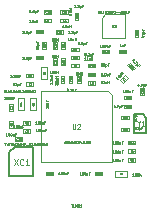
<source format=gbr>
G04 #@! TF.GenerationSoftware,KiCad,Pcbnew,(5.0.1-3-g963ef8bb5)*
G04 #@! TF.CreationDate,2019-03-11T11:49:31+01:00*
G04 #@! TF.ProjectId,TLM-v1,544C4D2D76312E6B696361645F706362,1.1*
G04 #@! TF.SameCoordinates,Original*
G04 #@! TF.FileFunction,Other,Fab,Top*
%FSLAX46Y46*%
G04 Gerber Fmt 4.6, Leading zero omitted, Abs format (unit mm)*
G04 Created by KiCad (PCBNEW (5.0.1-3-g963ef8bb5)) date 2019 March 11, Monday 11:49:31*
%MOMM*%
%LPD*%
G01*
G04 APERTURE LIST*
%ADD10C,0.100000*%
%ADD11C,0.150000*%
%ADD12C,0.050000*%
%ADD13C,0.037500*%
G04 APERTURE END LIST*
D10*
X141559523Y-83840476D02*
X141559523Y-84030952D01*
X141426190Y-83630952D02*
X141559523Y-83840476D01*
X141692857Y-83630952D01*
X142035714Y-84030952D02*
X141807142Y-84030952D01*
X141921428Y-84030952D02*
X141921428Y-83630952D01*
X141883333Y-83688095D01*
X141845238Y-83726190D01*
X141807142Y-83745238D01*
X130995238Y-86876190D02*
X131328571Y-87376190D01*
X131328571Y-86876190D02*
X130995238Y-87376190D01*
X131804761Y-87328571D02*
X131780952Y-87352380D01*
X131709523Y-87376190D01*
X131661904Y-87376190D01*
X131590476Y-87352380D01*
X131542857Y-87304761D01*
X131519047Y-87257142D01*
X131495238Y-87161904D01*
X131495238Y-87090476D01*
X131519047Y-86995238D01*
X131542857Y-86947619D01*
X131590476Y-86900000D01*
X131661904Y-86876190D01*
X131709523Y-86876190D01*
X131780952Y-86900000D01*
X131804761Y-86923809D01*
X132280952Y-87376190D02*
X131995238Y-87376190D01*
X132138095Y-87376190D02*
X132138095Y-86876190D01*
X132090476Y-86947619D01*
X132042857Y-86995238D01*
X131995238Y-87019047D01*
G04 #@! TO.C,C3*
X132375000Y-84350000D02*
X132375000Y-84650000D01*
X132375000Y-84650000D02*
X131775000Y-84650000D01*
X131775000Y-84650000D02*
X131775000Y-84350000D01*
X131775000Y-84350000D02*
X132375000Y-84350000D01*
D11*
G04 #@! TO.C,XC1*
X130600000Y-86275000D02*
X130600000Y-88325000D01*
X130600000Y-88325000D02*
X132600000Y-88325000D01*
X132600000Y-88325000D02*
X132600000Y-85825000D01*
X132600000Y-85825000D02*
X131050000Y-85825000D01*
X131050000Y-85825000D02*
X130600000Y-86275000D01*
G04 #@! TO.C,Y1*
X142200000Y-83350000D02*
X141900000Y-83050000D01*
X141200000Y-83050000D02*
X141900000Y-83050000D01*
X141200000Y-84650000D02*
X141200000Y-83050000D01*
X142200000Y-84650000D02*
X141200000Y-84650000D01*
X142200000Y-83350000D02*
X142200000Y-84650000D01*
D10*
G04 #@! TO.C,C1*
X132860000Y-82730000D02*
X132360000Y-82730000D01*
X132360000Y-82730000D02*
X132360000Y-81730000D01*
X132360000Y-81730000D02*
X132860000Y-81730000D01*
X132860000Y-81730000D02*
X132860000Y-82730000D01*
G04 #@! TO.C,C2*
X130890000Y-82820000D02*
X130590000Y-82820000D01*
X130590000Y-82820000D02*
X130590000Y-82220000D01*
X130590000Y-82220000D02*
X130890000Y-82220000D01*
X130890000Y-82220000D02*
X130890000Y-82820000D01*
G04 #@! TO.C,C4*
X141275000Y-86050000D02*
X141275000Y-86350000D01*
X141275000Y-86350000D02*
X140675000Y-86350000D01*
X140675000Y-86350000D02*
X140675000Y-86050000D01*
X140675000Y-86050000D02*
X141275000Y-86050000D01*
G04 #@! TO.C,C5*
X141275000Y-87075000D02*
X140675000Y-87075000D01*
X141275000Y-86775000D02*
X141275000Y-87075000D01*
X140675000Y-86775000D02*
X141275000Y-86775000D01*
X140675000Y-87075000D02*
X140675000Y-86775000D01*
G04 #@! TO.C,C6*
X130590000Y-83620000D02*
X130890000Y-83620000D01*
X130890000Y-83620000D02*
X130890000Y-84220000D01*
X130890000Y-84220000D02*
X130590000Y-84220000D01*
X130590000Y-84220000D02*
X130590000Y-83620000D01*
G04 #@! TO.C,C7*
X132630000Y-80350000D02*
X132630000Y-80650000D01*
X132630000Y-80650000D02*
X132030000Y-80650000D01*
X132030000Y-80650000D02*
X132030000Y-80350000D01*
X132030000Y-80350000D02*
X132630000Y-80350000D01*
G04 #@! TO.C,C8*
X132027000Y-79650000D02*
X132627000Y-79650000D01*
X132027000Y-79950000D02*
X132027000Y-79650000D01*
X132627000Y-79950000D02*
X132027000Y-79950000D01*
X132627000Y-79650000D02*
X132627000Y-79950000D01*
G04 #@! TO.C,C9*
X132375000Y-83650000D02*
X132375000Y-83950000D01*
X132375000Y-83950000D02*
X131775000Y-83950000D01*
X131775000Y-83950000D02*
X131775000Y-83650000D01*
X131775000Y-83650000D02*
X132375000Y-83650000D01*
G04 #@! TO.C,C10*
X139040000Y-77620000D02*
X139040000Y-77920000D01*
X139040000Y-77920000D02*
X138440000Y-77920000D01*
X138440000Y-77920000D02*
X138440000Y-77620000D01*
X138440000Y-77620000D02*
X139040000Y-77620000D01*
G04 #@! TO.C,C11*
X140320000Y-81790000D02*
X140320000Y-81490000D01*
X140320000Y-81490000D02*
X140920000Y-81490000D01*
X140920000Y-81490000D02*
X140920000Y-81790000D01*
X140920000Y-81790000D02*
X140320000Y-81790000D01*
G04 #@! TO.C,C12*
X140320000Y-82560000D02*
X140320000Y-82260000D01*
X140320000Y-82260000D02*
X140920000Y-82260000D01*
X140920000Y-82260000D02*
X140920000Y-82560000D01*
X140920000Y-82560000D02*
X140320000Y-82560000D01*
G04 #@! TO.C,C13*
X133700000Y-87950000D02*
X134300000Y-87950000D01*
X133700000Y-88250000D02*
X133700000Y-87950000D01*
X134300000Y-88250000D02*
X133700000Y-88250000D01*
X134300000Y-87950000D02*
X134300000Y-88250000D01*
G04 #@! TO.C,C14*
X141260000Y-85600000D02*
X140660000Y-85600000D01*
X141260000Y-85300000D02*
X141260000Y-85600000D01*
X140660000Y-85300000D02*
X141260000Y-85300000D01*
X140660000Y-85600000D02*
X140660000Y-85300000D01*
G04 #@! TO.C,C15*
X137876000Y-87937200D02*
X138476000Y-87937200D01*
X137876000Y-88237200D02*
X137876000Y-87937200D01*
X138476000Y-88237200D02*
X137876000Y-88237200D01*
X138476000Y-87937200D02*
X138476000Y-88237200D01*
G04 #@! TO.C,C16*
X134934680Y-74246600D02*
X135534680Y-74246600D01*
X134934680Y-74546600D02*
X134934680Y-74246600D01*
X135534680Y-74546600D02*
X134934680Y-74546600D01*
X135534680Y-74246600D02*
X135534680Y-74546600D01*
G04 #@! TO.C,C17*
X133377800Y-77531240D02*
X133377800Y-76931240D01*
X133677800Y-77531240D02*
X133377800Y-77531240D01*
X133677800Y-76931240D02*
X133677800Y-77531240D01*
X133377800Y-76931240D02*
X133677800Y-76931240D01*
G04 #@! TO.C,C18*
X132897600Y-78122640D02*
X133497600Y-78122640D01*
X132897600Y-78422640D02*
X132897600Y-78122640D01*
X133497600Y-78422640D02*
X132897600Y-78422640D01*
X133497600Y-78122640D02*
X133497600Y-78422640D01*
G04 #@! TO.C,C19*
X132872200Y-75928080D02*
X133472200Y-75928080D01*
X132872200Y-76228080D02*
X132872200Y-75928080D01*
X133472200Y-76228080D02*
X132872200Y-76228080D01*
X133472200Y-75928080D02*
X133472200Y-76228080D01*
G04 #@! TO.C,C20*
X134112280Y-74246600D02*
X134112280Y-74546600D01*
X134112280Y-74546600D02*
X133512280Y-74546600D01*
X133512280Y-74546600D02*
X133512280Y-74246600D01*
X133512280Y-74246600D02*
X134112280Y-74246600D01*
G04 #@! TO.C,C21*
X136451480Y-74490300D02*
X136451480Y-75090300D01*
X136151480Y-74490300D02*
X136451480Y-74490300D01*
X136151480Y-75090300D02*
X136151480Y-74490300D01*
X136451480Y-75090300D02*
X136151480Y-75090300D01*
G04 #@! TO.C,C22*
X141526400Y-76500000D02*
X141226400Y-76500000D01*
X141226400Y-76500000D02*
X141226400Y-75900000D01*
X141226400Y-75900000D02*
X141526400Y-75900000D01*
X141526400Y-75900000D02*
X141526400Y-76500000D01*
G04 #@! TO.C,C23*
X140813134Y-78726602D02*
X141237398Y-79150866D01*
X140601002Y-78938734D02*
X140813134Y-78726602D01*
X141025266Y-79362998D02*
X140601002Y-78938734D01*
X141237398Y-79150866D02*
X141025266Y-79362998D01*
G04 #@! TO.C,C24*
X136661000Y-80420000D02*
X136361000Y-80420000D01*
X136361000Y-80420000D02*
X136361000Y-79820000D01*
X136361000Y-79820000D02*
X136661000Y-79820000D01*
X136661000Y-79820000D02*
X136661000Y-80420000D01*
G04 #@! TO.C,C25*
X135949800Y-79820000D02*
X135949800Y-80420000D01*
X135649800Y-79820000D02*
X135949800Y-79820000D01*
X135649800Y-80420000D02*
X135649800Y-79820000D01*
X135949800Y-80420000D02*
X135649800Y-80420000D01*
G04 #@! TO.C,C26*
X134302360Y-78938400D02*
X134302360Y-78338400D01*
X134602360Y-78938400D02*
X134302360Y-78938400D01*
X134602360Y-78338400D02*
X134602360Y-78938400D01*
X134302360Y-78338400D02*
X134602360Y-78338400D01*
G04 #@! TO.C,C27*
X134302360Y-77551560D02*
X134302360Y-76951560D01*
X134602360Y-77551560D02*
X134302360Y-77551560D01*
X134602360Y-76951560D02*
X134602360Y-77551560D01*
X134302360Y-76951560D02*
X134602360Y-76951560D01*
G04 #@! TO.C,C28*
X137271600Y-79114300D02*
X137271600Y-78814300D01*
X137271600Y-78814300D02*
X137871600Y-78814300D01*
X137871600Y-78814300D02*
X137871600Y-79114300D01*
X137871600Y-79114300D02*
X137271600Y-79114300D01*
G04 #@! TO.C,C29*
X137271600Y-79550900D02*
X137871600Y-79550900D01*
X137271600Y-79850900D02*
X137271600Y-79550900D01*
X137871600Y-79850900D02*
X137271600Y-79850900D01*
X137871600Y-79550900D02*
X137871600Y-79850900D01*
G04 #@! TO.C,C30*
X135864320Y-78432800D02*
X135864320Y-78132800D01*
X135864320Y-78132800D02*
X136464320Y-78132800D01*
X136464320Y-78132800D02*
X136464320Y-78432800D01*
X136464320Y-78432800D02*
X135864320Y-78432800D01*
G04 #@! TO.C,C31*
X136464320Y-77736840D02*
X135864320Y-77736840D01*
X136464320Y-77436840D02*
X136464320Y-77736840D01*
X135864320Y-77436840D02*
X136464320Y-77436840D01*
X135864320Y-77736840D02*
X135864320Y-77436840D01*
G04 #@! TO.C,C32*
X135133360Y-75953480D02*
X135133360Y-76253480D01*
X135133360Y-76253480D02*
X134533360Y-76253480D01*
X134533360Y-76253480D02*
X134533360Y-75953480D01*
X134533360Y-75953480D02*
X135133360Y-75953480D01*
G04 #@! TO.C,C33*
X141980000Y-81420000D02*
X141680000Y-81420000D01*
X141680000Y-81420000D02*
X141680000Y-80820000D01*
X141680000Y-80820000D02*
X141980000Y-80820000D01*
X141980000Y-80820000D02*
X141980000Y-81420000D01*
G04 #@! TO.C,C34*
X140490000Y-77920000D02*
X139890000Y-77920000D01*
X140490000Y-77620000D02*
X140490000Y-77920000D01*
X139890000Y-77620000D02*
X140490000Y-77620000D01*
X139890000Y-77920000D02*
X139890000Y-77620000D01*
G04 #@! TO.C,C35*
X131675000Y-85025000D02*
X131675000Y-85325000D01*
X131675000Y-85325000D02*
X131075000Y-85325000D01*
X131075000Y-85325000D02*
X131075000Y-85025000D01*
X131075000Y-85025000D02*
X131675000Y-85025000D01*
G04 #@! TO.C,C36*
X140700000Y-83490000D02*
X140100000Y-83490000D01*
X140700000Y-83190000D02*
X140700000Y-83490000D01*
X140100000Y-83190000D02*
X140700000Y-83190000D01*
X140100000Y-83490000D02*
X140100000Y-83190000D01*
G04 #@! TO.C,C37*
X140100000Y-84530000D02*
X140100000Y-84230000D01*
X140100000Y-84230000D02*
X140700000Y-84230000D01*
X140700000Y-84230000D02*
X140700000Y-84530000D01*
X140700000Y-84530000D02*
X140100000Y-84530000D01*
G04 #@! TO.C,FB1*
X131810000Y-82730000D02*
X131310000Y-82730000D01*
X131310000Y-82730000D02*
X131310000Y-81730000D01*
X131310000Y-81730000D02*
X131810000Y-81730000D01*
X131810000Y-81730000D02*
X131810000Y-82730000D01*
G04 #@! TO.C,L4*
X133537680Y-75283200D02*
X133537680Y-74983200D01*
X133537680Y-74983200D02*
X134137680Y-74983200D01*
X134137680Y-74983200D02*
X134137680Y-75283200D01*
X134137680Y-75283200D02*
X133537680Y-75283200D01*
G04 #@! TO.C,L5*
X135534680Y-75283200D02*
X134934680Y-75283200D01*
X135534680Y-74983200D02*
X135534680Y-75283200D01*
X134934680Y-74983200D02*
X135534680Y-74983200D01*
X134934680Y-75283200D02*
X134934680Y-74983200D01*
G04 #@! TO.C,L6*
X134964000Y-80420000D02*
X134964000Y-79820000D01*
X135264000Y-80420000D02*
X134964000Y-80420000D01*
X135264000Y-79820000D02*
X135264000Y-80420000D01*
X134964000Y-79820000D02*
X135264000Y-79820000D01*
G04 #@! TO.C,L7*
X140423296Y-79785772D02*
X140635428Y-79997904D01*
X140635428Y-79997904D02*
X140211164Y-80422168D01*
X140211164Y-80422168D02*
X139999032Y-80210036D01*
X139999032Y-80210036D02*
X140423296Y-79785772D01*
G04 #@! TO.C,L8*
X137271600Y-80587500D02*
X137271600Y-80287500D01*
X137271600Y-80287500D02*
X137871600Y-80287500D01*
X137871600Y-80287500D02*
X137871600Y-80587500D01*
X137871600Y-80587500D02*
X137271600Y-80587500D01*
G04 #@! TO.C,L9*
X135869400Y-78814300D02*
X136469400Y-78814300D01*
X135869400Y-79114300D02*
X135869400Y-78814300D01*
X136469400Y-79114300D02*
X135869400Y-79114300D01*
X136469400Y-78814300D02*
X136469400Y-79114300D01*
G04 #@! TO.C,L10*
X135298320Y-78938400D02*
X134998320Y-78938400D01*
X134998320Y-78938400D02*
X134998320Y-78338400D01*
X134998320Y-78338400D02*
X135298320Y-78338400D01*
X135298320Y-78338400D02*
X135298320Y-78938400D01*
G04 #@! TO.C,L11*
X135298320Y-76946480D02*
X135298320Y-77546480D01*
X134998320Y-76946480D02*
X135298320Y-76946480D01*
X134998320Y-77546480D02*
X134998320Y-76946480D01*
X135298320Y-77546480D02*
X134998320Y-77546480D01*
G04 #@! TO.C,R1*
X140555600Y-87850000D02*
X140555600Y-88350000D01*
X140555600Y-88350000D02*
X139555600Y-88350000D01*
X139555600Y-88350000D02*
X139555600Y-87850000D01*
X139555600Y-87850000D02*
X140555600Y-87850000D01*
G04 #@! TO.C,U2*
X133271000Y-87137500D02*
X139271000Y-87137500D01*
X133271000Y-81137500D02*
X138971000Y-81137500D01*
X133271000Y-81137500D02*
X133271000Y-87137500D01*
X139271000Y-81437500D02*
X139271000Y-87137500D01*
X138971000Y-81137500D02*
X139271000Y-81437500D01*
G04 #@! TO.C,U3*
X138440000Y-74910000D02*
X138740000Y-74610000D01*
X138440000Y-76610000D02*
X138440000Y-74910000D01*
X140440000Y-76610000D02*
X138440000Y-76610000D01*
X140440000Y-74610000D02*
X140440000Y-76610000D01*
X138740000Y-74610000D02*
X140440000Y-74610000D01*
G04 #@! TO.C,L3*
X133772600Y-80084240D02*
X133272600Y-80084240D01*
X133272600Y-80084240D02*
X133272600Y-79084240D01*
X133272600Y-79084240D02*
X133772600Y-79084240D01*
X133772600Y-79084240D02*
X133772600Y-80084240D01*
G04 #@! TD*
G04 #@! TO.C,C3*
D12*
X132958956Y-84532476D02*
X132844670Y-84532476D01*
X132901813Y-84532476D02*
X132901813Y-84332476D01*
X132882765Y-84361047D01*
X132863718Y-84380095D01*
X132844670Y-84389619D01*
X133082765Y-84332476D02*
X133101813Y-84332476D01*
X133120860Y-84342000D01*
X133130384Y-84351523D01*
X133139908Y-84370571D01*
X133149432Y-84408666D01*
X133149432Y-84456285D01*
X133139908Y-84494380D01*
X133130384Y-84513428D01*
X133120860Y-84522952D01*
X133101813Y-84532476D01*
X133082765Y-84532476D01*
X133063718Y-84522952D01*
X133054194Y-84513428D01*
X133044670Y-84494380D01*
X133035146Y-84456285D01*
X133035146Y-84408666D01*
X133044670Y-84370571D01*
X133054194Y-84351523D01*
X133063718Y-84342000D01*
X133082765Y-84332476D01*
X133273241Y-84332476D02*
X133292289Y-84332476D01*
X133311337Y-84342000D01*
X133320860Y-84351523D01*
X133330384Y-84370571D01*
X133339908Y-84408666D01*
X133339908Y-84456285D01*
X133330384Y-84494380D01*
X133320860Y-84513428D01*
X133311337Y-84522952D01*
X133292289Y-84532476D01*
X133273241Y-84532476D01*
X133254194Y-84522952D01*
X133244670Y-84513428D01*
X133235146Y-84494380D01*
X133225622Y-84456285D01*
X133225622Y-84408666D01*
X133235146Y-84370571D01*
X133244670Y-84351523D01*
X133254194Y-84342000D01*
X133273241Y-84332476D01*
X133425622Y-84399142D02*
X133425622Y-84532476D01*
X133425622Y-84418190D02*
X133435146Y-84408666D01*
X133454194Y-84399142D01*
X133482765Y-84399142D01*
X133501813Y-84408666D01*
X133511337Y-84427714D01*
X133511337Y-84532476D01*
X133673241Y-84427714D02*
X133606575Y-84427714D01*
X133606575Y-84532476D02*
X133606575Y-84332476D01*
X133701813Y-84332476D01*
D13*
X132044600Y-84566691D02*
X132037457Y-84573834D01*
X132016028Y-84580977D01*
X132001742Y-84580977D01*
X131980314Y-84573834D01*
X131966028Y-84559548D01*
X131958885Y-84545262D01*
X131951742Y-84516691D01*
X131951742Y-84495262D01*
X131958885Y-84466691D01*
X131966028Y-84452405D01*
X131980314Y-84438120D01*
X132001742Y-84430977D01*
X132016028Y-84430977D01*
X132037457Y-84438120D01*
X132044600Y-84445262D01*
X132094600Y-84430977D02*
X132187457Y-84430977D01*
X132137457Y-84488120D01*
X132158885Y-84488120D01*
X132173171Y-84495262D01*
X132180314Y-84502405D01*
X132187457Y-84516691D01*
X132187457Y-84552405D01*
X132180314Y-84566691D01*
X132173171Y-84573834D01*
X132158885Y-84580977D01*
X132116028Y-84580977D01*
X132101742Y-84573834D01*
X132094600Y-84566691D01*
G04 #@! TO.C,XC1*
D12*
X130171794Y-85512596D02*
X130286080Y-85512596D01*
X130228937Y-85712596D02*
X130228937Y-85512596D01*
X130390841Y-85617358D02*
X130390841Y-85712596D01*
X130324175Y-85512596D02*
X130390841Y-85617358D01*
X130457508Y-85512596D01*
X130524175Y-85607834D02*
X130590841Y-85607834D01*
X130619413Y-85712596D02*
X130524175Y-85712596D01*
X130524175Y-85512596D01*
X130619413Y-85512596D01*
X130676556Y-85512596D02*
X130790841Y-85512596D01*
X130733699Y-85712596D02*
X130733699Y-85512596D01*
X130924175Y-85607834D02*
X130952746Y-85617358D01*
X130962270Y-85626881D01*
X130971794Y-85645929D01*
X130971794Y-85674500D01*
X130962270Y-85693548D01*
X130952746Y-85703072D01*
X130933699Y-85712596D01*
X130857508Y-85712596D01*
X130857508Y-85512596D01*
X130924175Y-85512596D01*
X130943222Y-85522120D01*
X130952746Y-85531643D01*
X130962270Y-85550691D01*
X130962270Y-85569739D01*
X130952746Y-85588786D01*
X130943222Y-85598310D01*
X130924175Y-85607834D01*
X130857508Y-85607834D01*
X131171794Y-85693548D02*
X131162270Y-85703072D01*
X131133699Y-85712596D01*
X131114651Y-85712596D01*
X131086080Y-85703072D01*
X131067032Y-85684024D01*
X131057508Y-85664977D01*
X131047984Y-85626881D01*
X131047984Y-85598310D01*
X131057508Y-85560215D01*
X131067032Y-85541167D01*
X131086080Y-85522120D01*
X131114651Y-85512596D01*
X131133699Y-85512596D01*
X131162270Y-85522120D01*
X131171794Y-85531643D01*
X131247984Y-85703072D02*
X131276556Y-85712596D01*
X131324175Y-85712596D01*
X131343222Y-85703072D01*
X131352746Y-85693548D01*
X131362270Y-85674500D01*
X131362270Y-85655453D01*
X131352746Y-85636405D01*
X131343222Y-85626881D01*
X131324175Y-85617358D01*
X131286080Y-85607834D01*
X131267032Y-85598310D01*
X131257508Y-85588786D01*
X131247984Y-85569739D01*
X131247984Y-85550691D01*
X131257508Y-85531643D01*
X131267032Y-85522120D01*
X131286080Y-85512596D01*
X131333699Y-85512596D01*
X131362270Y-85522120D01*
X131438460Y-85655453D02*
X131533699Y-85655453D01*
X131419413Y-85712596D02*
X131486080Y-85512596D01*
X131552746Y-85712596D01*
X131619413Y-85712596D02*
X131619413Y-85512596D01*
X131733699Y-85712596D01*
X131733699Y-85512596D01*
X131895603Y-85607834D02*
X131828937Y-85607834D01*
X131828937Y-85712596D02*
X131828937Y-85512596D01*
X131924175Y-85512596D01*
X132000365Y-85636405D02*
X132152746Y-85636405D01*
X132228937Y-85512596D02*
X132352746Y-85512596D01*
X132286080Y-85588786D01*
X132314651Y-85588786D01*
X132333699Y-85598310D01*
X132343222Y-85607834D01*
X132352746Y-85626881D01*
X132352746Y-85674500D01*
X132343222Y-85693548D01*
X132333699Y-85703072D01*
X132314651Y-85712596D01*
X132257508Y-85712596D01*
X132238460Y-85703072D01*
X132228937Y-85693548D01*
X132428937Y-85531643D02*
X132438460Y-85522120D01*
X132457508Y-85512596D01*
X132505127Y-85512596D01*
X132524175Y-85522120D01*
X132533699Y-85531643D01*
X132543222Y-85550691D01*
X132543222Y-85569739D01*
X132533699Y-85598310D01*
X132419413Y-85712596D01*
X132543222Y-85712596D01*
X132628937Y-85693548D02*
X132638460Y-85703072D01*
X132628937Y-85712596D01*
X132619413Y-85703072D01*
X132628937Y-85693548D01*
X132628937Y-85712596D01*
X132762270Y-85512596D02*
X132781318Y-85512596D01*
X132800365Y-85522120D01*
X132809889Y-85531643D01*
X132819413Y-85550691D01*
X132828937Y-85588786D01*
X132828937Y-85636405D01*
X132819413Y-85674500D01*
X132809889Y-85693548D01*
X132800365Y-85703072D01*
X132781318Y-85712596D01*
X132762270Y-85712596D01*
X132743222Y-85703072D01*
X132733699Y-85693548D01*
X132724175Y-85674500D01*
X132714651Y-85636405D01*
X132714651Y-85588786D01*
X132724175Y-85550691D01*
X132733699Y-85531643D01*
X132743222Y-85522120D01*
X132762270Y-85512596D01*
X132952746Y-85512596D02*
X132971794Y-85512596D01*
X132990841Y-85522120D01*
X133000365Y-85531643D01*
X133009889Y-85550691D01*
X133019413Y-85588786D01*
X133019413Y-85636405D01*
X133009889Y-85674500D01*
X133000365Y-85693548D01*
X132990841Y-85703072D01*
X132971794Y-85712596D01*
X132952746Y-85712596D01*
X132933699Y-85703072D01*
X132924175Y-85693548D01*
X132914651Y-85674500D01*
X132905127Y-85636405D01*
X132905127Y-85588786D01*
X132914651Y-85550691D01*
X132924175Y-85531643D01*
X132933699Y-85522120D01*
X132952746Y-85512596D01*
X133143222Y-85512596D02*
X133162270Y-85512596D01*
X133181318Y-85522120D01*
X133190841Y-85531643D01*
X133200365Y-85550691D01*
X133209889Y-85588786D01*
X133209889Y-85636405D01*
X133200365Y-85674500D01*
X133190841Y-85693548D01*
X133181318Y-85703072D01*
X133162270Y-85712596D01*
X133143222Y-85712596D01*
X133124175Y-85703072D01*
X133114651Y-85693548D01*
X133105127Y-85674500D01*
X133095603Y-85636405D01*
X133095603Y-85588786D01*
X133105127Y-85550691D01*
X133114651Y-85531643D01*
X133124175Y-85522120D01*
X133143222Y-85512596D01*
X133333699Y-85512596D02*
X133352746Y-85512596D01*
X133371794Y-85522120D01*
X133381318Y-85531643D01*
X133390841Y-85550691D01*
X133400365Y-85588786D01*
X133400365Y-85636405D01*
X133390841Y-85674500D01*
X133381318Y-85693548D01*
X133371794Y-85703072D01*
X133352746Y-85712596D01*
X133333699Y-85712596D01*
X133314651Y-85703072D01*
X133305127Y-85693548D01*
X133295603Y-85674500D01*
X133286080Y-85636405D01*
X133286080Y-85588786D01*
X133295603Y-85550691D01*
X133305127Y-85531643D01*
X133314651Y-85522120D01*
X133333699Y-85512596D01*
X133524175Y-85512596D02*
X133543222Y-85512596D01*
X133562270Y-85522120D01*
X133571794Y-85531643D01*
X133581318Y-85550691D01*
X133590841Y-85588786D01*
X133590841Y-85636405D01*
X133581318Y-85674500D01*
X133571794Y-85693548D01*
X133562270Y-85703072D01*
X133543222Y-85712596D01*
X133524175Y-85712596D01*
X133505127Y-85703072D01*
X133495603Y-85693548D01*
X133486080Y-85674500D01*
X133476556Y-85636405D01*
X133476556Y-85588786D01*
X133486080Y-85550691D01*
X133495603Y-85531643D01*
X133505127Y-85522120D01*
X133524175Y-85512596D01*
X133714651Y-85512596D02*
X133733699Y-85512596D01*
X133752746Y-85522120D01*
X133762270Y-85531643D01*
X133771794Y-85550691D01*
X133781318Y-85588786D01*
X133781318Y-85636405D01*
X133771794Y-85674500D01*
X133762270Y-85693548D01*
X133752746Y-85703072D01*
X133733699Y-85712596D01*
X133714651Y-85712596D01*
X133695603Y-85703072D01*
X133686080Y-85693548D01*
X133676556Y-85674500D01*
X133667032Y-85636405D01*
X133667032Y-85588786D01*
X133676556Y-85550691D01*
X133686080Y-85531643D01*
X133695603Y-85522120D01*
X133714651Y-85512596D01*
G04 #@! TO.C,U1*
X135828142Y-90695476D02*
X135942428Y-90695476D01*
X135885285Y-90895476D02*
X135885285Y-90695476D01*
X136104333Y-90895476D02*
X136009095Y-90895476D01*
X136009095Y-90695476D01*
X136171000Y-90895476D02*
X136171000Y-90695476D01*
X136237666Y-90838333D01*
X136304333Y-90695476D01*
X136304333Y-90895476D01*
X136437666Y-90695476D02*
X136456714Y-90695476D01*
X136475761Y-90705000D01*
X136485285Y-90714523D01*
X136494809Y-90733571D01*
X136504333Y-90771666D01*
X136504333Y-90819285D01*
X136494809Y-90857380D01*
X136485285Y-90876428D01*
X136475761Y-90885952D01*
X136456714Y-90895476D01*
X136437666Y-90895476D01*
X136418619Y-90885952D01*
X136409095Y-90876428D01*
X136399571Y-90857380D01*
X136390047Y-90819285D01*
X136390047Y-90771666D01*
X136399571Y-90733571D01*
X136409095Y-90714523D01*
X136418619Y-90705000D01*
X136437666Y-90695476D01*
X136694809Y-90895476D02*
X136580523Y-90895476D01*
X136637666Y-90895476D02*
X136637666Y-90695476D01*
X136618619Y-90724047D01*
X136599571Y-90743095D01*
X136580523Y-90752619D01*
G04 #@! TO.C,C1*
X133870476Y-82444285D02*
X133870476Y-82558571D01*
X133870476Y-82501428D02*
X133670476Y-82501428D01*
X133699047Y-82520476D01*
X133718095Y-82539523D01*
X133727619Y-82558571D01*
X133670476Y-82320476D02*
X133670476Y-82301428D01*
X133680000Y-82282380D01*
X133689523Y-82272857D01*
X133708571Y-82263333D01*
X133746666Y-82253809D01*
X133794285Y-82253809D01*
X133832380Y-82263333D01*
X133851428Y-82272857D01*
X133860952Y-82282380D01*
X133870476Y-82301428D01*
X133870476Y-82320476D01*
X133860952Y-82339523D01*
X133851428Y-82349047D01*
X133832380Y-82358571D01*
X133794285Y-82368095D01*
X133746666Y-82368095D01*
X133708571Y-82358571D01*
X133689523Y-82349047D01*
X133680000Y-82339523D01*
X133670476Y-82320476D01*
X133737142Y-82082380D02*
X133870476Y-82082380D01*
X133737142Y-82168095D02*
X133841904Y-82168095D01*
X133860952Y-82158571D01*
X133870476Y-82139523D01*
X133870476Y-82110952D01*
X133860952Y-82091904D01*
X133851428Y-82082380D01*
X133765714Y-81920476D02*
X133765714Y-81987142D01*
X133870476Y-81987142D02*
X133670476Y-81987142D01*
X133670476Y-81891904D01*
D13*
X132646651Y-82244800D02*
X132653794Y-82251942D01*
X132660937Y-82273371D01*
X132660937Y-82287657D01*
X132653794Y-82309085D01*
X132639508Y-82323371D01*
X132625222Y-82330514D01*
X132596651Y-82337657D01*
X132575222Y-82337657D01*
X132546651Y-82330514D01*
X132532365Y-82323371D01*
X132518080Y-82309085D01*
X132510937Y-82287657D01*
X132510937Y-82273371D01*
X132518080Y-82251942D01*
X132525222Y-82244800D01*
X132660937Y-82101942D02*
X132660937Y-82187657D01*
X132660937Y-82144800D02*
X132510937Y-82144800D01*
X132532365Y-82159085D01*
X132546651Y-82173371D01*
X132553794Y-82187657D01*
G04 #@! TO.C,C2*
D12*
X130282036Y-81771796D02*
X130167750Y-81771796D01*
X130224893Y-81771796D02*
X130224893Y-81571796D01*
X130205845Y-81600367D01*
X130186798Y-81619415D01*
X130167750Y-81628939D01*
X130405845Y-81571796D02*
X130424893Y-81571796D01*
X130443940Y-81581320D01*
X130453464Y-81590843D01*
X130462988Y-81609891D01*
X130472512Y-81647986D01*
X130472512Y-81695605D01*
X130462988Y-81733700D01*
X130453464Y-81752748D01*
X130443940Y-81762272D01*
X130424893Y-81771796D01*
X130405845Y-81771796D01*
X130386798Y-81762272D01*
X130377274Y-81752748D01*
X130367750Y-81733700D01*
X130358226Y-81695605D01*
X130358226Y-81647986D01*
X130367750Y-81609891D01*
X130377274Y-81590843D01*
X130386798Y-81581320D01*
X130405845Y-81571796D01*
X130596321Y-81571796D02*
X130615369Y-81571796D01*
X130634417Y-81581320D01*
X130643940Y-81590843D01*
X130653464Y-81609891D01*
X130662988Y-81647986D01*
X130662988Y-81695605D01*
X130653464Y-81733700D01*
X130643940Y-81752748D01*
X130634417Y-81762272D01*
X130615369Y-81771796D01*
X130596321Y-81771796D01*
X130577274Y-81762272D01*
X130567750Y-81752748D01*
X130558226Y-81733700D01*
X130548702Y-81695605D01*
X130548702Y-81647986D01*
X130558226Y-81609891D01*
X130567750Y-81590843D01*
X130577274Y-81581320D01*
X130596321Y-81571796D01*
X130748702Y-81638462D02*
X130748702Y-81771796D01*
X130748702Y-81657510D02*
X130758226Y-81647986D01*
X130777274Y-81638462D01*
X130805845Y-81638462D01*
X130824893Y-81647986D01*
X130834417Y-81667034D01*
X130834417Y-81771796D01*
X130996321Y-81667034D02*
X130929655Y-81667034D01*
X130929655Y-81771796D02*
X130929655Y-81571796D01*
X131024893Y-81571796D01*
D13*
X130792451Y-82539440D02*
X130799594Y-82546582D01*
X130806737Y-82568011D01*
X130806737Y-82582297D01*
X130799594Y-82603725D01*
X130785308Y-82618011D01*
X130771022Y-82625154D01*
X130742451Y-82632297D01*
X130721022Y-82632297D01*
X130692451Y-82625154D01*
X130678165Y-82618011D01*
X130663880Y-82603725D01*
X130656737Y-82582297D01*
X130656737Y-82568011D01*
X130663880Y-82546582D01*
X130671022Y-82539440D01*
X130671022Y-82482297D02*
X130663880Y-82475154D01*
X130656737Y-82460868D01*
X130656737Y-82425154D01*
X130663880Y-82410868D01*
X130671022Y-82403725D01*
X130685308Y-82396582D01*
X130699594Y-82396582D01*
X130721022Y-82403725D01*
X130806737Y-82489440D01*
X130806737Y-82396582D01*
G04 #@! TO.C,C4*
D12*
X139456516Y-86333636D02*
X139342230Y-86333636D01*
X139399373Y-86333636D02*
X139399373Y-86133636D01*
X139380325Y-86162207D01*
X139361278Y-86181255D01*
X139342230Y-86190779D01*
X139580325Y-86133636D02*
X139599373Y-86133636D01*
X139618420Y-86143160D01*
X139627944Y-86152683D01*
X139637468Y-86171731D01*
X139646992Y-86209826D01*
X139646992Y-86257445D01*
X139637468Y-86295540D01*
X139627944Y-86314588D01*
X139618420Y-86324112D01*
X139599373Y-86333636D01*
X139580325Y-86333636D01*
X139561278Y-86324112D01*
X139551754Y-86314588D01*
X139542230Y-86295540D01*
X139532706Y-86257445D01*
X139532706Y-86209826D01*
X139542230Y-86171731D01*
X139551754Y-86152683D01*
X139561278Y-86143160D01*
X139580325Y-86133636D01*
X139770801Y-86133636D02*
X139789849Y-86133636D01*
X139808897Y-86143160D01*
X139818420Y-86152683D01*
X139827944Y-86171731D01*
X139837468Y-86209826D01*
X139837468Y-86257445D01*
X139827944Y-86295540D01*
X139818420Y-86314588D01*
X139808897Y-86324112D01*
X139789849Y-86333636D01*
X139770801Y-86333636D01*
X139751754Y-86324112D01*
X139742230Y-86314588D01*
X139732706Y-86295540D01*
X139723182Y-86257445D01*
X139723182Y-86209826D01*
X139732706Y-86171731D01*
X139742230Y-86152683D01*
X139751754Y-86143160D01*
X139770801Y-86133636D01*
X139923182Y-86200302D02*
X139923182Y-86333636D01*
X139923182Y-86219350D02*
X139932706Y-86209826D01*
X139951754Y-86200302D01*
X139980325Y-86200302D01*
X139999373Y-86209826D01*
X140008897Y-86228874D01*
X140008897Y-86333636D01*
X140170801Y-86228874D02*
X140104135Y-86228874D01*
X140104135Y-86333636D02*
X140104135Y-86133636D01*
X140199373Y-86133636D01*
D13*
X140975480Y-86256091D02*
X140968337Y-86263234D01*
X140946908Y-86270377D01*
X140932622Y-86270377D01*
X140911194Y-86263234D01*
X140896908Y-86248948D01*
X140889765Y-86234662D01*
X140882622Y-86206091D01*
X140882622Y-86184662D01*
X140889765Y-86156091D01*
X140896908Y-86141805D01*
X140911194Y-86127520D01*
X140932622Y-86120377D01*
X140946908Y-86120377D01*
X140968337Y-86127520D01*
X140975480Y-86134662D01*
X141104051Y-86170377D02*
X141104051Y-86270377D01*
X141068337Y-86113234D02*
X141032622Y-86220377D01*
X141125480Y-86220377D01*
G04 #@! TO.C,C5*
D12*
X139461596Y-87049916D02*
X139347310Y-87049916D01*
X139404453Y-87049916D02*
X139404453Y-86849916D01*
X139385405Y-86878487D01*
X139366358Y-86897535D01*
X139347310Y-86907059D01*
X139585405Y-86849916D02*
X139604453Y-86849916D01*
X139623500Y-86859440D01*
X139633024Y-86868963D01*
X139642548Y-86888011D01*
X139652072Y-86926106D01*
X139652072Y-86973725D01*
X139642548Y-87011820D01*
X139633024Y-87030868D01*
X139623500Y-87040392D01*
X139604453Y-87049916D01*
X139585405Y-87049916D01*
X139566358Y-87040392D01*
X139556834Y-87030868D01*
X139547310Y-87011820D01*
X139537786Y-86973725D01*
X139537786Y-86926106D01*
X139547310Y-86888011D01*
X139556834Y-86868963D01*
X139566358Y-86859440D01*
X139585405Y-86849916D01*
X139775881Y-86849916D02*
X139794929Y-86849916D01*
X139813977Y-86859440D01*
X139823500Y-86868963D01*
X139833024Y-86888011D01*
X139842548Y-86926106D01*
X139842548Y-86973725D01*
X139833024Y-87011820D01*
X139823500Y-87030868D01*
X139813977Y-87040392D01*
X139794929Y-87049916D01*
X139775881Y-87049916D01*
X139756834Y-87040392D01*
X139747310Y-87030868D01*
X139737786Y-87011820D01*
X139728262Y-86973725D01*
X139728262Y-86926106D01*
X139737786Y-86888011D01*
X139747310Y-86868963D01*
X139756834Y-86859440D01*
X139775881Y-86849916D01*
X139928262Y-86916582D02*
X139928262Y-87049916D01*
X139928262Y-86935630D02*
X139937786Y-86926106D01*
X139956834Y-86916582D01*
X139985405Y-86916582D01*
X140004453Y-86926106D01*
X140013977Y-86945154D01*
X140013977Y-87049916D01*
X140175881Y-86945154D02*
X140109215Y-86945154D01*
X140109215Y-87049916D02*
X140109215Y-86849916D01*
X140204453Y-86849916D01*
D13*
X140945000Y-86992691D02*
X140937857Y-86999834D01*
X140916428Y-87006977D01*
X140902142Y-87006977D01*
X140880714Y-86999834D01*
X140866428Y-86985548D01*
X140859285Y-86971262D01*
X140852142Y-86942691D01*
X140852142Y-86921262D01*
X140859285Y-86892691D01*
X140866428Y-86878405D01*
X140880714Y-86864120D01*
X140902142Y-86856977D01*
X140916428Y-86856977D01*
X140937857Y-86864120D01*
X140945000Y-86871262D01*
X141080714Y-86856977D02*
X141009285Y-86856977D01*
X141002142Y-86928405D01*
X141009285Y-86921262D01*
X141023571Y-86914120D01*
X141059285Y-86914120D01*
X141073571Y-86921262D01*
X141080714Y-86928405D01*
X141087857Y-86942691D01*
X141087857Y-86978405D01*
X141080714Y-86992691D01*
X141073571Y-86999834D01*
X141059285Y-87006977D01*
X141023571Y-87006977D01*
X141009285Y-86999834D01*
X141002142Y-86992691D01*
G04 #@! TO.C,C6*
D12*
X130419196Y-84875676D02*
X130304910Y-84875676D01*
X130362053Y-84875676D02*
X130362053Y-84675676D01*
X130343005Y-84704247D01*
X130323958Y-84723295D01*
X130304910Y-84732819D01*
X130543005Y-84675676D02*
X130562053Y-84675676D01*
X130581100Y-84685200D01*
X130590624Y-84694723D01*
X130600148Y-84713771D01*
X130609672Y-84751866D01*
X130609672Y-84799485D01*
X130600148Y-84837580D01*
X130590624Y-84856628D01*
X130581100Y-84866152D01*
X130562053Y-84875676D01*
X130543005Y-84875676D01*
X130523958Y-84866152D01*
X130514434Y-84856628D01*
X130504910Y-84837580D01*
X130495386Y-84799485D01*
X130495386Y-84751866D01*
X130504910Y-84713771D01*
X130514434Y-84694723D01*
X130523958Y-84685200D01*
X130543005Y-84675676D01*
X130733481Y-84675676D02*
X130752529Y-84675676D01*
X130771577Y-84685200D01*
X130781100Y-84694723D01*
X130790624Y-84713771D01*
X130800148Y-84751866D01*
X130800148Y-84799485D01*
X130790624Y-84837580D01*
X130781100Y-84856628D01*
X130771577Y-84866152D01*
X130752529Y-84875676D01*
X130733481Y-84875676D01*
X130714434Y-84866152D01*
X130704910Y-84856628D01*
X130695386Y-84837580D01*
X130685862Y-84799485D01*
X130685862Y-84751866D01*
X130695386Y-84713771D01*
X130704910Y-84694723D01*
X130714434Y-84685200D01*
X130733481Y-84675676D01*
X130885862Y-84742342D02*
X130885862Y-84875676D01*
X130885862Y-84761390D02*
X130895386Y-84751866D01*
X130914434Y-84742342D01*
X130943005Y-84742342D01*
X130962053Y-84751866D01*
X130971577Y-84770914D01*
X130971577Y-84875676D01*
X131133481Y-84770914D02*
X131066815Y-84770914D01*
X131066815Y-84875676D02*
X131066815Y-84675676D01*
X131162053Y-84675676D01*
D13*
X130802611Y-83936440D02*
X130809754Y-83943582D01*
X130816897Y-83965011D01*
X130816897Y-83979297D01*
X130809754Y-84000725D01*
X130795468Y-84015011D01*
X130781182Y-84022154D01*
X130752611Y-84029297D01*
X130731182Y-84029297D01*
X130702611Y-84022154D01*
X130688325Y-84015011D01*
X130674040Y-84000725D01*
X130666897Y-83979297D01*
X130666897Y-83965011D01*
X130674040Y-83943582D01*
X130681182Y-83936440D01*
X130666897Y-83807868D02*
X130666897Y-83836440D01*
X130674040Y-83850725D01*
X130681182Y-83857868D01*
X130702611Y-83872154D01*
X130731182Y-83879297D01*
X130788325Y-83879297D01*
X130802611Y-83872154D01*
X130809754Y-83865011D01*
X130816897Y-83850725D01*
X130816897Y-83822154D01*
X130809754Y-83807868D01*
X130802611Y-83800725D01*
X130788325Y-83793582D01*
X130752611Y-83793582D01*
X130738325Y-83800725D01*
X130731182Y-83807868D01*
X130724040Y-83822154D01*
X130724040Y-83850725D01*
X130731182Y-83865011D01*
X130738325Y-83872154D01*
X130752611Y-83879297D01*
G04 #@! TO.C,C7*
D12*
X130893544Y-80418636D02*
X131017354Y-80418636D01*
X130950687Y-80494826D01*
X130979259Y-80494826D01*
X130998306Y-80504350D01*
X131007830Y-80513874D01*
X131017354Y-80532921D01*
X131017354Y-80580540D01*
X131007830Y-80599588D01*
X130998306Y-80609112D01*
X130979259Y-80618636D01*
X130922116Y-80618636D01*
X130903068Y-80609112D01*
X130893544Y-80599588D01*
X131084020Y-80418636D02*
X131207830Y-80418636D01*
X131141163Y-80494826D01*
X131169735Y-80494826D01*
X131188782Y-80504350D01*
X131198306Y-80513874D01*
X131207830Y-80532921D01*
X131207830Y-80580540D01*
X131198306Y-80599588D01*
X131188782Y-80609112D01*
X131169735Y-80618636D01*
X131112592Y-80618636D01*
X131093544Y-80609112D01*
X131084020Y-80599588D01*
X131293544Y-80485302D02*
X131293544Y-80685302D01*
X131293544Y-80494826D02*
X131312592Y-80485302D01*
X131350687Y-80485302D01*
X131369735Y-80494826D01*
X131379259Y-80504350D01*
X131388782Y-80523398D01*
X131388782Y-80580540D01*
X131379259Y-80599588D01*
X131369735Y-80609112D01*
X131350687Y-80618636D01*
X131312592Y-80618636D01*
X131293544Y-80609112D01*
X131541163Y-80513874D02*
X131474497Y-80513874D01*
X131474497Y-80618636D02*
X131474497Y-80418636D01*
X131569735Y-80418636D01*
D13*
X132324240Y-80556331D02*
X132317097Y-80563474D01*
X132295668Y-80570617D01*
X132281382Y-80570617D01*
X132259954Y-80563474D01*
X132245668Y-80549188D01*
X132238525Y-80534902D01*
X132231382Y-80506331D01*
X132231382Y-80484902D01*
X132238525Y-80456331D01*
X132245668Y-80442045D01*
X132259954Y-80427760D01*
X132281382Y-80420617D01*
X132295668Y-80420617D01*
X132317097Y-80427760D01*
X132324240Y-80434902D01*
X132374240Y-80420617D02*
X132474240Y-80420617D01*
X132409954Y-80570617D01*
G04 #@! TO.C,C8*
D12*
X130790036Y-79922676D02*
X130675750Y-79922676D01*
X130732893Y-79922676D02*
X130732893Y-79722676D01*
X130713845Y-79751247D01*
X130694798Y-79770295D01*
X130675750Y-79779819D01*
X130913845Y-79722676D02*
X130932893Y-79722676D01*
X130951940Y-79732200D01*
X130961464Y-79741723D01*
X130970988Y-79760771D01*
X130980512Y-79798866D01*
X130980512Y-79846485D01*
X130970988Y-79884580D01*
X130961464Y-79903628D01*
X130951940Y-79913152D01*
X130932893Y-79922676D01*
X130913845Y-79922676D01*
X130894798Y-79913152D01*
X130885274Y-79903628D01*
X130875750Y-79884580D01*
X130866226Y-79846485D01*
X130866226Y-79798866D01*
X130875750Y-79760771D01*
X130885274Y-79741723D01*
X130894798Y-79732200D01*
X130913845Y-79722676D01*
X131104321Y-79722676D02*
X131123369Y-79722676D01*
X131142417Y-79732200D01*
X131151940Y-79741723D01*
X131161464Y-79760771D01*
X131170988Y-79798866D01*
X131170988Y-79846485D01*
X131161464Y-79884580D01*
X131151940Y-79903628D01*
X131142417Y-79913152D01*
X131123369Y-79922676D01*
X131104321Y-79922676D01*
X131085274Y-79913152D01*
X131075750Y-79903628D01*
X131066226Y-79884580D01*
X131056702Y-79846485D01*
X131056702Y-79798866D01*
X131066226Y-79760771D01*
X131075750Y-79741723D01*
X131085274Y-79732200D01*
X131104321Y-79722676D01*
X131256702Y-79789342D02*
X131256702Y-79922676D01*
X131256702Y-79808390D02*
X131266226Y-79798866D01*
X131285274Y-79789342D01*
X131313845Y-79789342D01*
X131332893Y-79798866D01*
X131342417Y-79817914D01*
X131342417Y-79922676D01*
X131504321Y-79817914D02*
X131437655Y-79817914D01*
X131437655Y-79922676D02*
X131437655Y-79722676D01*
X131532893Y-79722676D01*
D13*
X132298840Y-79850211D02*
X132291697Y-79857354D01*
X132270268Y-79864497D01*
X132255982Y-79864497D01*
X132234554Y-79857354D01*
X132220268Y-79843068D01*
X132213125Y-79828782D01*
X132205982Y-79800211D01*
X132205982Y-79778782D01*
X132213125Y-79750211D01*
X132220268Y-79735925D01*
X132234554Y-79721640D01*
X132255982Y-79714497D01*
X132270268Y-79714497D01*
X132291697Y-79721640D01*
X132298840Y-79728782D01*
X132384554Y-79778782D02*
X132370268Y-79771640D01*
X132363125Y-79764497D01*
X132355982Y-79750211D01*
X132355982Y-79743068D01*
X132363125Y-79728782D01*
X132370268Y-79721640D01*
X132384554Y-79714497D01*
X132413125Y-79714497D01*
X132427411Y-79721640D01*
X132434554Y-79728782D01*
X132441697Y-79743068D01*
X132441697Y-79750211D01*
X132434554Y-79764497D01*
X132427411Y-79771640D01*
X132413125Y-79778782D01*
X132384554Y-79778782D01*
X132370268Y-79785925D01*
X132363125Y-79793068D01*
X132355982Y-79807354D01*
X132355982Y-79835925D01*
X132363125Y-79850211D01*
X132370268Y-79857354D01*
X132384554Y-79864497D01*
X132413125Y-79864497D01*
X132427411Y-79857354D01*
X132434554Y-79850211D01*
X132441697Y-79835925D01*
X132441697Y-79807354D01*
X132434554Y-79793068D01*
X132427411Y-79785925D01*
X132413125Y-79778782D01*
G04 #@! TO.C,C9*
D12*
X132923396Y-83866196D02*
X132809110Y-83866196D01*
X132866253Y-83866196D02*
X132866253Y-83666196D01*
X132847205Y-83694767D01*
X132828158Y-83713815D01*
X132809110Y-83723339D01*
X133047205Y-83666196D02*
X133066253Y-83666196D01*
X133085300Y-83675720D01*
X133094824Y-83685243D01*
X133104348Y-83704291D01*
X133113872Y-83742386D01*
X133113872Y-83790005D01*
X133104348Y-83828100D01*
X133094824Y-83847148D01*
X133085300Y-83856672D01*
X133066253Y-83866196D01*
X133047205Y-83866196D01*
X133028158Y-83856672D01*
X133018634Y-83847148D01*
X133009110Y-83828100D01*
X132999586Y-83790005D01*
X132999586Y-83742386D01*
X133009110Y-83704291D01*
X133018634Y-83685243D01*
X133028158Y-83675720D01*
X133047205Y-83666196D01*
X133237681Y-83666196D02*
X133256729Y-83666196D01*
X133275777Y-83675720D01*
X133285300Y-83685243D01*
X133294824Y-83704291D01*
X133304348Y-83742386D01*
X133304348Y-83790005D01*
X133294824Y-83828100D01*
X133285300Y-83847148D01*
X133275777Y-83856672D01*
X133256729Y-83866196D01*
X133237681Y-83866196D01*
X133218634Y-83856672D01*
X133209110Y-83847148D01*
X133199586Y-83828100D01*
X133190062Y-83790005D01*
X133190062Y-83742386D01*
X133199586Y-83704291D01*
X133209110Y-83685243D01*
X133218634Y-83675720D01*
X133237681Y-83666196D01*
X133390062Y-83732862D02*
X133390062Y-83866196D01*
X133390062Y-83751910D02*
X133399586Y-83742386D01*
X133418634Y-83732862D01*
X133447205Y-83732862D01*
X133466253Y-83742386D01*
X133475777Y-83761434D01*
X133475777Y-83866196D01*
X133637681Y-83761434D02*
X133571015Y-83761434D01*
X133571015Y-83866196D02*
X133571015Y-83666196D01*
X133666253Y-83666196D01*
D13*
X132039520Y-83854691D02*
X132032377Y-83861834D01*
X132010948Y-83868977D01*
X131996662Y-83868977D01*
X131975234Y-83861834D01*
X131960948Y-83847548D01*
X131953805Y-83833262D01*
X131946662Y-83804691D01*
X131946662Y-83783262D01*
X131953805Y-83754691D01*
X131960948Y-83740405D01*
X131975234Y-83726120D01*
X131996662Y-83718977D01*
X132010948Y-83718977D01*
X132032377Y-83726120D01*
X132039520Y-83733262D01*
X132110948Y-83868977D02*
X132139520Y-83868977D01*
X132153805Y-83861834D01*
X132160948Y-83854691D01*
X132175234Y-83833262D01*
X132182377Y-83804691D01*
X132182377Y-83747548D01*
X132175234Y-83733262D01*
X132168091Y-83726120D01*
X132153805Y-83718977D01*
X132125234Y-83718977D01*
X132110948Y-83726120D01*
X132103805Y-83733262D01*
X132096662Y-83747548D01*
X132096662Y-83783262D01*
X132103805Y-83797548D01*
X132110948Y-83804691D01*
X132125234Y-83811834D01*
X132153805Y-83811834D01*
X132168091Y-83804691D01*
X132175234Y-83797548D01*
X132182377Y-83783262D01*
G04 #@! TO.C,C10*
D12*
X138374476Y-77369976D02*
X138260190Y-77369976D01*
X138317333Y-77369976D02*
X138317333Y-77169976D01*
X138298285Y-77198547D01*
X138279238Y-77217595D01*
X138260190Y-77227119D01*
X138498285Y-77169976D02*
X138517333Y-77169976D01*
X138536380Y-77179500D01*
X138545904Y-77189023D01*
X138555428Y-77208071D01*
X138564952Y-77246166D01*
X138564952Y-77293785D01*
X138555428Y-77331880D01*
X138545904Y-77350928D01*
X138536380Y-77360452D01*
X138517333Y-77369976D01*
X138498285Y-77369976D01*
X138479238Y-77360452D01*
X138469714Y-77350928D01*
X138460190Y-77331880D01*
X138450666Y-77293785D01*
X138450666Y-77246166D01*
X138460190Y-77208071D01*
X138469714Y-77189023D01*
X138479238Y-77179500D01*
X138498285Y-77169976D01*
X138688761Y-77169976D02*
X138707809Y-77169976D01*
X138726857Y-77179500D01*
X138736380Y-77189023D01*
X138745904Y-77208071D01*
X138755428Y-77246166D01*
X138755428Y-77293785D01*
X138745904Y-77331880D01*
X138736380Y-77350928D01*
X138726857Y-77360452D01*
X138707809Y-77369976D01*
X138688761Y-77369976D01*
X138669714Y-77360452D01*
X138660190Y-77350928D01*
X138650666Y-77331880D01*
X138641142Y-77293785D01*
X138641142Y-77246166D01*
X138650666Y-77208071D01*
X138660190Y-77189023D01*
X138669714Y-77179500D01*
X138688761Y-77169976D01*
X138841142Y-77236642D02*
X138841142Y-77369976D01*
X138841142Y-77255690D02*
X138850666Y-77246166D01*
X138869714Y-77236642D01*
X138898285Y-77236642D01*
X138917333Y-77246166D01*
X138926857Y-77265214D01*
X138926857Y-77369976D01*
X139088761Y-77265214D02*
X139022095Y-77265214D01*
X139022095Y-77369976D02*
X139022095Y-77169976D01*
X139117333Y-77169976D01*
D13*
X138643571Y-77828371D02*
X138636428Y-77835514D01*
X138615000Y-77842657D01*
X138600714Y-77842657D01*
X138579285Y-77835514D01*
X138565000Y-77821228D01*
X138557857Y-77806942D01*
X138550714Y-77778371D01*
X138550714Y-77756942D01*
X138557857Y-77728371D01*
X138565000Y-77714085D01*
X138579285Y-77699800D01*
X138600714Y-77692657D01*
X138615000Y-77692657D01*
X138636428Y-77699800D01*
X138643571Y-77706942D01*
X138786428Y-77842657D02*
X138700714Y-77842657D01*
X138743571Y-77842657D02*
X138743571Y-77692657D01*
X138729285Y-77714085D01*
X138715000Y-77728371D01*
X138700714Y-77735514D01*
X138879285Y-77692657D02*
X138893571Y-77692657D01*
X138907857Y-77699800D01*
X138915000Y-77706942D01*
X138922142Y-77721228D01*
X138929285Y-77749800D01*
X138929285Y-77785514D01*
X138922142Y-77814085D01*
X138915000Y-77828371D01*
X138907857Y-77835514D01*
X138893571Y-77842657D01*
X138879285Y-77842657D01*
X138865000Y-77835514D01*
X138857857Y-77828371D01*
X138850714Y-77814085D01*
X138843571Y-77785514D01*
X138843571Y-77749800D01*
X138850714Y-77721228D01*
X138857857Y-77706942D01*
X138865000Y-77699800D01*
X138879285Y-77692657D01*
G04 #@! TO.C,C11*
D12*
X140310476Y-81218076D02*
X140196190Y-81218076D01*
X140253333Y-81218076D02*
X140253333Y-81018076D01*
X140234285Y-81046647D01*
X140215238Y-81065695D01*
X140196190Y-81075219D01*
X140434285Y-81018076D02*
X140453333Y-81018076D01*
X140472380Y-81027600D01*
X140481904Y-81037123D01*
X140491428Y-81056171D01*
X140500952Y-81094266D01*
X140500952Y-81141885D01*
X140491428Y-81179980D01*
X140481904Y-81199028D01*
X140472380Y-81208552D01*
X140453333Y-81218076D01*
X140434285Y-81218076D01*
X140415238Y-81208552D01*
X140405714Y-81199028D01*
X140396190Y-81179980D01*
X140386666Y-81141885D01*
X140386666Y-81094266D01*
X140396190Y-81056171D01*
X140405714Y-81037123D01*
X140415238Y-81027600D01*
X140434285Y-81018076D01*
X140624761Y-81018076D02*
X140643809Y-81018076D01*
X140662857Y-81027600D01*
X140672380Y-81037123D01*
X140681904Y-81056171D01*
X140691428Y-81094266D01*
X140691428Y-81141885D01*
X140681904Y-81179980D01*
X140672380Y-81199028D01*
X140662857Y-81208552D01*
X140643809Y-81218076D01*
X140624761Y-81218076D01*
X140605714Y-81208552D01*
X140596190Y-81199028D01*
X140586666Y-81179980D01*
X140577142Y-81141885D01*
X140577142Y-81094266D01*
X140586666Y-81056171D01*
X140596190Y-81037123D01*
X140605714Y-81027600D01*
X140624761Y-81018076D01*
X140777142Y-81084742D02*
X140777142Y-81218076D01*
X140777142Y-81103790D02*
X140786666Y-81094266D01*
X140805714Y-81084742D01*
X140834285Y-81084742D01*
X140853333Y-81094266D01*
X140862857Y-81113314D01*
X140862857Y-81218076D01*
X141024761Y-81113314D02*
X140958095Y-81113314D01*
X140958095Y-81218076D02*
X140958095Y-81018076D01*
X141053333Y-81018076D01*
D13*
X140543371Y-81699331D02*
X140536228Y-81706474D01*
X140514800Y-81713617D01*
X140500514Y-81713617D01*
X140479085Y-81706474D01*
X140464800Y-81692188D01*
X140457657Y-81677902D01*
X140450514Y-81649331D01*
X140450514Y-81627902D01*
X140457657Y-81599331D01*
X140464800Y-81585045D01*
X140479085Y-81570760D01*
X140500514Y-81563617D01*
X140514800Y-81563617D01*
X140536228Y-81570760D01*
X140543371Y-81577902D01*
X140686228Y-81713617D02*
X140600514Y-81713617D01*
X140643371Y-81713617D02*
X140643371Y-81563617D01*
X140629085Y-81585045D01*
X140614800Y-81599331D01*
X140600514Y-81606474D01*
X140829085Y-81713617D02*
X140743371Y-81713617D01*
X140786228Y-81713617D02*
X140786228Y-81563617D01*
X140771942Y-81585045D01*
X140757657Y-81599331D01*
X140743371Y-81606474D01*
G04 #@! TO.C,C12*
D12*
X139529047Y-82367142D02*
X139529047Y-82500476D01*
X139481428Y-82290952D02*
X139433809Y-82433809D01*
X139557619Y-82433809D01*
X139633809Y-82481428D02*
X139643333Y-82490952D01*
X139633809Y-82500476D01*
X139624285Y-82490952D01*
X139633809Y-82481428D01*
X139633809Y-82500476D01*
X139710000Y-82300476D02*
X139843333Y-82300476D01*
X139757619Y-82500476D01*
X139919523Y-82367142D02*
X139919523Y-82567142D01*
X139919523Y-82376666D02*
X139938571Y-82367142D01*
X139976666Y-82367142D01*
X139995714Y-82376666D01*
X140005238Y-82386190D01*
X140014761Y-82405238D01*
X140014761Y-82462380D01*
X140005238Y-82481428D01*
X139995714Y-82490952D01*
X139976666Y-82500476D01*
X139938571Y-82500476D01*
X139919523Y-82490952D01*
X140167142Y-82395714D02*
X140100476Y-82395714D01*
X140100476Y-82500476D02*
X140100476Y-82300476D01*
X140195714Y-82300476D01*
D13*
X140528131Y-82466411D02*
X140520988Y-82473554D01*
X140499560Y-82480697D01*
X140485274Y-82480697D01*
X140463845Y-82473554D01*
X140449560Y-82459268D01*
X140442417Y-82444982D01*
X140435274Y-82416411D01*
X140435274Y-82394982D01*
X140442417Y-82366411D01*
X140449560Y-82352125D01*
X140463845Y-82337840D01*
X140485274Y-82330697D01*
X140499560Y-82330697D01*
X140520988Y-82337840D01*
X140528131Y-82344982D01*
X140670988Y-82480697D02*
X140585274Y-82480697D01*
X140628131Y-82480697D02*
X140628131Y-82330697D01*
X140613845Y-82352125D01*
X140599560Y-82366411D01*
X140585274Y-82373554D01*
X140728131Y-82344982D02*
X140735274Y-82337840D01*
X140749560Y-82330697D01*
X140785274Y-82330697D01*
X140799560Y-82337840D01*
X140806702Y-82344982D01*
X140813845Y-82359268D01*
X140813845Y-82373554D01*
X140806702Y-82394982D01*
X140720988Y-82480697D01*
X140813845Y-82480697D01*
G04 #@! TO.C,C13*
D12*
X134864196Y-88167516D02*
X134749910Y-88167516D01*
X134807053Y-88167516D02*
X134807053Y-87967516D01*
X134788005Y-87996087D01*
X134768958Y-88015135D01*
X134749910Y-88024659D01*
X134988005Y-87967516D02*
X135007053Y-87967516D01*
X135026100Y-87977040D01*
X135035624Y-87986563D01*
X135045148Y-88005611D01*
X135054672Y-88043706D01*
X135054672Y-88091325D01*
X135045148Y-88129420D01*
X135035624Y-88148468D01*
X135026100Y-88157992D01*
X135007053Y-88167516D01*
X134988005Y-88167516D01*
X134968958Y-88157992D01*
X134959434Y-88148468D01*
X134949910Y-88129420D01*
X134940386Y-88091325D01*
X134940386Y-88043706D01*
X134949910Y-88005611D01*
X134959434Y-87986563D01*
X134968958Y-87977040D01*
X134988005Y-87967516D01*
X135178481Y-87967516D02*
X135197529Y-87967516D01*
X135216577Y-87977040D01*
X135226100Y-87986563D01*
X135235624Y-88005611D01*
X135245148Y-88043706D01*
X135245148Y-88091325D01*
X135235624Y-88129420D01*
X135226100Y-88148468D01*
X135216577Y-88157992D01*
X135197529Y-88167516D01*
X135178481Y-88167516D01*
X135159434Y-88157992D01*
X135149910Y-88148468D01*
X135140386Y-88129420D01*
X135130862Y-88091325D01*
X135130862Y-88043706D01*
X135140386Y-88005611D01*
X135149910Y-87986563D01*
X135159434Y-87977040D01*
X135178481Y-87967516D01*
X135330862Y-88034182D02*
X135330862Y-88167516D01*
X135330862Y-88053230D02*
X135340386Y-88043706D01*
X135359434Y-88034182D01*
X135388005Y-88034182D01*
X135407053Y-88043706D01*
X135416577Y-88062754D01*
X135416577Y-88167516D01*
X135578481Y-88062754D02*
X135511815Y-88062754D01*
X135511815Y-88167516D02*
X135511815Y-87967516D01*
X135607053Y-87967516D01*
D13*
X133893651Y-88161091D02*
X133886508Y-88168234D01*
X133865080Y-88175377D01*
X133850794Y-88175377D01*
X133829365Y-88168234D01*
X133815080Y-88153948D01*
X133807937Y-88139662D01*
X133800794Y-88111091D01*
X133800794Y-88089662D01*
X133807937Y-88061091D01*
X133815080Y-88046805D01*
X133829365Y-88032520D01*
X133850794Y-88025377D01*
X133865080Y-88025377D01*
X133886508Y-88032520D01*
X133893651Y-88039662D01*
X134036508Y-88175377D02*
X133950794Y-88175377D01*
X133993651Y-88175377D02*
X133993651Y-88025377D01*
X133979365Y-88046805D01*
X133965080Y-88061091D01*
X133950794Y-88068234D01*
X134086508Y-88025377D02*
X134179365Y-88025377D01*
X134129365Y-88082520D01*
X134150794Y-88082520D01*
X134165080Y-88089662D01*
X134172222Y-88096805D01*
X134179365Y-88111091D01*
X134179365Y-88146805D01*
X134172222Y-88161091D01*
X134165080Y-88168234D01*
X134150794Y-88175377D01*
X134107937Y-88175377D01*
X134093651Y-88168234D01*
X134086508Y-88161091D01*
G04 #@! TO.C,C14*
D12*
X139456516Y-85561476D02*
X139342230Y-85561476D01*
X139399373Y-85561476D02*
X139399373Y-85361476D01*
X139380325Y-85390047D01*
X139361278Y-85409095D01*
X139342230Y-85418619D01*
X139580325Y-85361476D02*
X139599373Y-85361476D01*
X139618420Y-85371000D01*
X139627944Y-85380523D01*
X139637468Y-85399571D01*
X139646992Y-85437666D01*
X139646992Y-85485285D01*
X139637468Y-85523380D01*
X139627944Y-85542428D01*
X139618420Y-85551952D01*
X139599373Y-85561476D01*
X139580325Y-85561476D01*
X139561278Y-85551952D01*
X139551754Y-85542428D01*
X139542230Y-85523380D01*
X139532706Y-85485285D01*
X139532706Y-85437666D01*
X139542230Y-85399571D01*
X139551754Y-85380523D01*
X139561278Y-85371000D01*
X139580325Y-85361476D01*
X139770801Y-85361476D02*
X139789849Y-85361476D01*
X139808897Y-85371000D01*
X139818420Y-85380523D01*
X139827944Y-85399571D01*
X139837468Y-85437666D01*
X139837468Y-85485285D01*
X139827944Y-85523380D01*
X139818420Y-85542428D01*
X139808897Y-85551952D01*
X139789849Y-85561476D01*
X139770801Y-85561476D01*
X139751754Y-85551952D01*
X139742230Y-85542428D01*
X139732706Y-85523380D01*
X139723182Y-85485285D01*
X139723182Y-85437666D01*
X139732706Y-85399571D01*
X139742230Y-85380523D01*
X139751754Y-85371000D01*
X139770801Y-85361476D01*
X139923182Y-85428142D02*
X139923182Y-85561476D01*
X139923182Y-85447190D02*
X139932706Y-85437666D01*
X139951754Y-85428142D01*
X139980325Y-85428142D01*
X139999373Y-85437666D01*
X140008897Y-85456714D01*
X140008897Y-85561476D01*
X140170801Y-85456714D02*
X140104135Y-85456714D01*
X140104135Y-85561476D02*
X140104135Y-85361476D01*
X140199373Y-85361476D01*
D13*
X140843091Y-85514411D02*
X140835948Y-85521554D01*
X140814520Y-85528697D01*
X140800234Y-85528697D01*
X140778805Y-85521554D01*
X140764520Y-85507268D01*
X140757377Y-85492982D01*
X140750234Y-85464411D01*
X140750234Y-85442982D01*
X140757377Y-85414411D01*
X140764520Y-85400125D01*
X140778805Y-85385840D01*
X140800234Y-85378697D01*
X140814520Y-85378697D01*
X140835948Y-85385840D01*
X140843091Y-85392982D01*
X140985948Y-85528697D02*
X140900234Y-85528697D01*
X140943091Y-85528697D02*
X140943091Y-85378697D01*
X140928805Y-85400125D01*
X140914520Y-85414411D01*
X140900234Y-85421554D01*
X141114520Y-85428697D02*
X141114520Y-85528697D01*
X141078805Y-85371554D02*
X141043091Y-85478697D01*
X141135948Y-85478697D01*
G04 #@! TO.C,C15*
D12*
X136662516Y-88182756D02*
X136548230Y-88182756D01*
X136605373Y-88182756D02*
X136605373Y-87982756D01*
X136586325Y-88011327D01*
X136567278Y-88030375D01*
X136548230Y-88039899D01*
X136786325Y-87982756D02*
X136805373Y-87982756D01*
X136824420Y-87992280D01*
X136833944Y-88001803D01*
X136843468Y-88020851D01*
X136852992Y-88058946D01*
X136852992Y-88106565D01*
X136843468Y-88144660D01*
X136833944Y-88163708D01*
X136824420Y-88173232D01*
X136805373Y-88182756D01*
X136786325Y-88182756D01*
X136767278Y-88173232D01*
X136757754Y-88163708D01*
X136748230Y-88144660D01*
X136738706Y-88106565D01*
X136738706Y-88058946D01*
X136748230Y-88020851D01*
X136757754Y-88001803D01*
X136767278Y-87992280D01*
X136786325Y-87982756D01*
X136976801Y-87982756D02*
X136995849Y-87982756D01*
X137014897Y-87992280D01*
X137024420Y-88001803D01*
X137033944Y-88020851D01*
X137043468Y-88058946D01*
X137043468Y-88106565D01*
X137033944Y-88144660D01*
X137024420Y-88163708D01*
X137014897Y-88173232D01*
X136995849Y-88182756D01*
X136976801Y-88182756D01*
X136957754Y-88173232D01*
X136948230Y-88163708D01*
X136938706Y-88144660D01*
X136929182Y-88106565D01*
X136929182Y-88058946D01*
X136938706Y-88020851D01*
X136948230Y-88001803D01*
X136957754Y-87992280D01*
X136976801Y-87982756D01*
X137129182Y-88049422D02*
X137129182Y-88182756D01*
X137129182Y-88068470D02*
X137138706Y-88058946D01*
X137157754Y-88049422D01*
X137186325Y-88049422D01*
X137205373Y-88058946D01*
X137214897Y-88077994D01*
X137214897Y-88182756D01*
X137376801Y-88077994D02*
X137310135Y-88077994D01*
X137310135Y-88182756D02*
X137310135Y-87982756D01*
X137405373Y-87982756D01*
D13*
X138069411Y-88150931D02*
X138062268Y-88158074D01*
X138040840Y-88165217D01*
X138026554Y-88165217D01*
X138005125Y-88158074D01*
X137990840Y-88143788D01*
X137983697Y-88129502D01*
X137976554Y-88100931D01*
X137976554Y-88079502D01*
X137983697Y-88050931D01*
X137990840Y-88036645D01*
X138005125Y-88022360D01*
X138026554Y-88015217D01*
X138040840Y-88015217D01*
X138062268Y-88022360D01*
X138069411Y-88029502D01*
X138212268Y-88165217D02*
X138126554Y-88165217D01*
X138169411Y-88165217D02*
X138169411Y-88015217D01*
X138155125Y-88036645D01*
X138140840Y-88050931D01*
X138126554Y-88058074D01*
X138347982Y-88015217D02*
X138276554Y-88015217D01*
X138269411Y-88086645D01*
X138276554Y-88079502D01*
X138290840Y-88072360D01*
X138326554Y-88072360D01*
X138340840Y-88079502D01*
X138347982Y-88086645D01*
X138355125Y-88100931D01*
X138355125Y-88136645D01*
X138347982Y-88150931D01*
X138340840Y-88158074D01*
X138326554Y-88165217D01*
X138290840Y-88165217D01*
X138276554Y-88158074D01*
X138269411Y-88150931D01*
G04 #@! TO.C,C16*
D12*
X135843316Y-74657868D02*
X135643316Y-74657868D01*
X135643316Y-74610249D01*
X135652840Y-74581678D01*
X135671887Y-74562630D01*
X135690935Y-74553106D01*
X135729030Y-74543582D01*
X135757601Y-74543582D01*
X135795697Y-74553106D01*
X135814744Y-74562630D01*
X135833792Y-74581678D01*
X135843316Y-74610249D01*
X135843316Y-74657868D01*
X135843316Y-74457868D02*
X135643316Y-74457868D01*
X135843316Y-74343582D01*
X135643316Y-74343582D01*
X135843316Y-74248344D02*
X135643316Y-74248344D01*
X135786173Y-74181678D01*
X135643316Y-74115011D01*
X135843316Y-74115011D01*
D13*
X135138251Y-74462871D02*
X135131108Y-74470014D01*
X135109680Y-74477157D01*
X135095394Y-74477157D01*
X135073965Y-74470014D01*
X135059680Y-74455728D01*
X135052537Y-74441442D01*
X135045394Y-74412871D01*
X135045394Y-74391442D01*
X135052537Y-74362871D01*
X135059680Y-74348585D01*
X135073965Y-74334300D01*
X135095394Y-74327157D01*
X135109680Y-74327157D01*
X135131108Y-74334300D01*
X135138251Y-74341442D01*
X135281108Y-74477157D02*
X135195394Y-74477157D01*
X135238251Y-74477157D02*
X135238251Y-74327157D01*
X135223965Y-74348585D01*
X135209680Y-74362871D01*
X135195394Y-74370014D01*
X135409680Y-74327157D02*
X135381108Y-74327157D01*
X135366822Y-74334300D01*
X135359680Y-74341442D01*
X135345394Y-74362871D01*
X135338251Y-74391442D01*
X135338251Y-74448585D01*
X135345394Y-74462871D01*
X135352537Y-74470014D01*
X135366822Y-74477157D01*
X135395394Y-74477157D01*
X135409680Y-74470014D01*
X135416822Y-74462871D01*
X135423965Y-74448585D01*
X135423965Y-74412871D01*
X135416822Y-74398585D01*
X135409680Y-74391442D01*
X135395394Y-74384300D01*
X135366822Y-74384300D01*
X135352537Y-74391442D01*
X135345394Y-74398585D01*
X135338251Y-74412871D01*
G04 #@! TO.C,C17*
D12*
X133059476Y-77445525D02*
X133059476Y-77559811D01*
X133059476Y-77502668D02*
X132859476Y-77502668D01*
X132888047Y-77521716D01*
X132907095Y-77540763D01*
X132916619Y-77559811D01*
X132945190Y-77331240D02*
X132935666Y-77350287D01*
X132926142Y-77359811D01*
X132907095Y-77369335D01*
X132897571Y-77369335D01*
X132878523Y-77359811D01*
X132869000Y-77350287D01*
X132859476Y-77331240D01*
X132859476Y-77293144D01*
X132869000Y-77274097D01*
X132878523Y-77264573D01*
X132897571Y-77255049D01*
X132907095Y-77255049D01*
X132926142Y-77264573D01*
X132935666Y-77274097D01*
X132945190Y-77293144D01*
X132945190Y-77331240D01*
X132954714Y-77350287D01*
X132964238Y-77359811D01*
X132983285Y-77369335D01*
X133021380Y-77369335D01*
X133040428Y-77359811D01*
X133049952Y-77350287D01*
X133059476Y-77331240D01*
X133059476Y-77293144D01*
X133049952Y-77274097D01*
X133040428Y-77264573D01*
X133021380Y-77255049D01*
X132983285Y-77255049D01*
X132964238Y-77264573D01*
X132954714Y-77274097D01*
X132945190Y-77293144D01*
X132926142Y-77169335D02*
X133126142Y-77169335D01*
X132935666Y-77169335D02*
X132926142Y-77150287D01*
X132926142Y-77112192D01*
X132935666Y-77093144D01*
X132945190Y-77083620D01*
X132964238Y-77074097D01*
X133021380Y-77074097D01*
X133040428Y-77083620D01*
X133049952Y-77093144D01*
X133059476Y-77112192D01*
X133059476Y-77150287D01*
X133049952Y-77169335D01*
X132954714Y-76921716D02*
X132954714Y-76988382D01*
X133059476Y-76988382D02*
X132859476Y-76988382D01*
X132859476Y-76893144D01*
D13*
X133596611Y-77327668D02*
X133603754Y-77334811D01*
X133610897Y-77356240D01*
X133610897Y-77370525D01*
X133603754Y-77391954D01*
X133589468Y-77406240D01*
X133575182Y-77413382D01*
X133546611Y-77420525D01*
X133525182Y-77420525D01*
X133496611Y-77413382D01*
X133482325Y-77406240D01*
X133468040Y-77391954D01*
X133460897Y-77370525D01*
X133460897Y-77356240D01*
X133468040Y-77334811D01*
X133475182Y-77327668D01*
X133610897Y-77184811D02*
X133610897Y-77270525D01*
X133610897Y-77227668D02*
X133460897Y-77227668D01*
X133482325Y-77241954D01*
X133496611Y-77256240D01*
X133503754Y-77270525D01*
X133460897Y-77134811D02*
X133460897Y-77034811D01*
X133610897Y-77099097D01*
G04 #@! TO.C,C18*
D12*
X131694285Y-78185976D02*
X131818095Y-78185976D01*
X131751428Y-78262166D01*
X131780000Y-78262166D01*
X131799047Y-78271690D01*
X131808571Y-78281214D01*
X131818095Y-78300261D01*
X131818095Y-78347880D01*
X131808571Y-78366928D01*
X131799047Y-78376452D01*
X131780000Y-78385976D01*
X131722857Y-78385976D01*
X131703809Y-78376452D01*
X131694285Y-78366928D01*
X131903809Y-78366928D02*
X131913333Y-78376452D01*
X131903809Y-78385976D01*
X131894285Y-78376452D01*
X131903809Y-78366928D01*
X131903809Y-78385976D01*
X132008571Y-78385976D02*
X132046666Y-78385976D01*
X132065714Y-78376452D01*
X132075238Y-78366928D01*
X132094285Y-78338357D01*
X132103809Y-78300261D01*
X132103809Y-78224071D01*
X132094285Y-78205023D01*
X132084761Y-78195500D01*
X132065714Y-78185976D01*
X132027619Y-78185976D01*
X132008571Y-78195500D01*
X131999047Y-78205023D01*
X131989523Y-78224071D01*
X131989523Y-78271690D01*
X131999047Y-78290738D01*
X132008571Y-78300261D01*
X132027619Y-78309785D01*
X132065714Y-78309785D01*
X132084761Y-78300261D01*
X132094285Y-78290738D01*
X132103809Y-78271690D01*
X132189523Y-78252642D02*
X132189523Y-78452642D01*
X132189523Y-78262166D02*
X132208571Y-78252642D01*
X132246666Y-78252642D01*
X132265714Y-78262166D01*
X132275238Y-78271690D01*
X132284761Y-78290738D01*
X132284761Y-78347880D01*
X132275238Y-78366928D01*
X132265714Y-78376452D01*
X132246666Y-78385976D01*
X132208571Y-78385976D01*
X132189523Y-78376452D01*
X132437142Y-78281214D02*
X132370476Y-78281214D01*
X132370476Y-78385976D02*
X132370476Y-78185976D01*
X132465714Y-78185976D01*
D13*
X133075771Y-78313511D02*
X133068628Y-78320654D01*
X133047200Y-78327797D01*
X133032914Y-78327797D01*
X133011485Y-78320654D01*
X132997200Y-78306368D01*
X132990057Y-78292082D01*
X132982914Y-78263511D01*
X132982914Y-78242082D01*
X132990057Y-78213511D01*
X132997200Y-78199225D01*
X133011485Y-78184940D01*
X133032914Y-78177797D01*
X133047200Y-78177797D01*
X133068628Y-78184940D01*
X133075771Y-78192082D01*
X133218628Y-78327797D02*
X133132914Y-78327797D01*
X133175771Y-78327797D02*
X133175771Y-78177797D01*
X133161485Y-78199225D01*
X133147200Y-78213511D01*
X133132914Y-78220654D01*
X133304342Y-78242082D02*
X133290057Y-78234940D01*
X133282914Y-78227797D01*
X133275771Y-78213511D01*
X133275771Y-78206368D01*
X133282914Y-78192082D01*
X133290057Y-78184940D01*
X133304342Y-78177797D01*
X133332914Y-78177797D01*
X133347200Y-78184940D01*
X133354342Y-78192082D01*
X133361485Y-78206368D01*
X133361485Y-78213511D01*
X133354342Y-78227797D01*
X133347200Y-78234940D01*
X133332914Y-78242082D01*
X133304342Y-78242082D01*
X133290057Y-78249225D01*
X133282914Y-78256368D01*
X133275771Y-78270654D01*
X133275771Y-78299225D01*
X133282914Y-78313511D01*
X133290057Y-78320654D01*
X133304342Y-78327797D01*
X133332914Y-78327797D01*
X133347200Y-78320654D01*
X133354342Y-78313511D01*
X133361485Y-78299225D01*
X133361485Y-78270654D01*
X133354342Y-78256368D01*
X133347200Y-78249225D01*
X133332914Y-78242082D01*
G04 #@! TO.C,C19*
D12*
X131694285Y-76026976D02*
X131818095Y-76026976D01*
X131751428Y-76103166D01*
X131780000Y-76103166D01*
X131799047Y-76112690D01*
X131808571Y-76122214D01*
X131818095Y-76141261D01*
X131818095Y-76188880D01*
X131808571Y-76207928D01*
X131799047Y-76217452D01*
X131780000Y-76226976D01*
X131722857Y-76226976D01*
X131703809Y-76217452D01*
X131694285Y-76207928D01*
X131903809Y-76207928D02*
X131913333Y-76217452D01*
X131903809Y-76226976D01*
X131894285Y-76217452D01*
X131903809Y-76207928D01*
X131903809Y-76226976D01*
X131980000Y-76026976D02*
X132103809Y-76026976D01*
X132037142Y-76103166D01*
X132065714Y-76103166D01*
X132084761Y-76112690D01*
X132094285Y-76122214D01*
X132103809Y-76141261D01*
X132103809Y-76188880D01*
X132094285Y-76207928D01*
X132084761Y-76217452D01*
X132065714Y-76226976D01*
X132008571Y-76226976D01*
X131989523Y-76217452D01*
X131980000Y-76207928D01*
X132189523Y-76093642D02*
X132189523Y-76293642D01*
X132189523Y-76103166D02*
X132208571Y-76093642D01*
X132246666Y-76093642D01*
X132265714Y-76103166D01*
X132275238Y-76112690D01*
X132284761Y-76131738D01*
X132284761Y-76188880D01*
X132275238Y-76207928D01*
X132265714Y-76217452D01*
X132246666Y-76226976D01*
X132208571Y-76226976D01*
X132189523Y-76217452D01*
X132437142Y-76122214D02*
X132370476Y-76122214D01*
X132370476Y-76226976D02*
X132370476Y-76026976D01*
X132465714Y-76026976D01*
D13*
X133063071Y-76131651D02*
X133055928Y-76138794D01*
X133034500Y-76145937D01*
X133020214Y-76145937D01*
X132998785Y-76138794D01*
X132984500Y-76124508D01*
X132977357Y-76110222D01*
X132970214Y-76081651D01*
X132970214Y-76060222D01*
X132977357Y-76031651D01*
X132984500Y-76017365D01*
X132998785Y-76003080D01*
X133020214Y-75995937D01*
X133034500Y-75995937D01*
X133055928Y-76003080D01*
X133063071Y-76010222D01*
X133205928Y-76145937D02*
X133120214Y-76145937D01*
X133163071Y-76145937D02*
X133163071Y-75995937D01*
X133148785Y-76017365D01*
X133134500Y-76031651D01*
X133120214Y-76038794D01*
X133277357Y-76145937D02*
X133305928Y-76145937D01*
X133320214Y-76138794D01*
X133327357Y-76131651D01*
X133341642Y-76110222D01*
X133348785Y-76081651D01*
X133348785Y-76024508D01*
X133341642Y-76010222D01*
X133334500Y-76003080D01*
X133320214Y-75995937D01*
X133291642Y-75995937D01*
X133277357Y-76003080D01*
X133270214Y-76010222D01*
X133263071Y-76024508D01*
X133263071Y-76060222D01*
X133270214Y-76074508D01*
X133277357Y-76081651D01*
X133291642Y-76088794D01*
X133320214Y-76088794D01*
X133334500Y-76081651D01*
X133341642Y-76074508D01*
X133348785Y-76060222D01*
G04 #@! TO.C,C20*
D12*
X132380071Y-74248976D02*
X132284833Y-74248976D01*
X132275309Y-74344214D01*
X132284833Y-74334690D01*
X132303880Y-74325166D01*
X132351500Y-74325166D01*
X132370547Y-74334690D01*
X132380071Y-74344214D01*
X132389595Y-74363261D01*
X132389595Y-74410880D01*
X132380071Y-74429928D01*
X132370547Y-74439452D01*
X132351500Y-74448976D01*
X132303880Y-74448976D01*
X132284833Y-74439452D01*
X132275309Y-74429928D01*
X132475309Y-74429928D02*
X132484833Y-74439452D01*
X132475309Y-74448976D01*
X132465785Y-74439452D01*
X132475309Y-74429928D01*
X132475309Y-74448976D01*
X132656261Y-74248976D02*
X132618166Y-74248976D01*
X132599119Y-74258500D01*
X132589595Y-74268023D01*
X132570547Y-74296595D01*
X132561023Y-74334690D01*
X132561023Y-74410880D01*
X132570547Y-74429928D01*
X132580071Y-74439452D01*
X132599119Y-74448976D01*
X132637214Y-74448976D01*
X132656261Y-74439452D01*
X132665785Y-74429928D01*
X132675309Y-74410880D01*
X132675309Y-74363261D01*
X132665785Y-74344214D01*
X132656261Y-74334690D01*
X132637214Y-74325166D01*
X132599119Y-74325166D01*
X132580071Y-74334690D01*
X132570547Y-74344214D01*
X132561023Y-74363261D01*
X132761023Y-74315642D02*
X132761023Y-74515642D01*
X132761023Y-74325166D02*
X132780071Y-74315642D01*
X132818166Y-74315642D01*
X132837214Y-74325166D01*
X132846738Y-74334690D01*
X132856261Y-74353738D01*
X132856261Y-74410880D01*
X132846738Y-74429928D01*
X132837214Y-74439452D01*
X132818166Y-74448976D01*
X132780071Y-74448976D01*
X132761023Y-74439452D01*
X133008642Y-74344214D02*
X132941976Y-74344214D01*
X132941976Y-74448976D02*
X132941976Y-74248976D01*
X133037214Y-74248976D01*
D13*
X133741251Y-74462871D02*
X133734108Y-74470014D01*
X133712680Y-74477157D01*
X133698394Y-74477157D01*
X133676965Y-74470014D01*
X133662680Y-74455728D01*
X133655537Y-74441442D01*
X133648394Y-74412871D01*
X133648394Y-74391442D01*
X133655537Y-74362871D01*
X133662680Y-74348585D01*
X133676965Y-74334300D01*
X133698394Y-74327157D01*
X133712680Y-74327157D01*
X133734108Y-74334300D01*
X133741251Y-74341442D01*
X133798394Y-74341442D02*
X133805537Y-74334300D01*
X133819822Y-74327157D01*
X133855537Y-74327157D01*
X133869822Y-74334300D01*
X133876965Y-74341442D01*
X133884108Y-74355728D01*
X133884108Y-74370014D01*
X133876965Y-74391442D01*
X133791251Y-74477157D01*
X133884108Y-74477157D01*
X133976965Y-74327157D02*
X133991251Y-74327157D01*
X134005537Y-74334300D01*
X134012680Y-74341442D01*
X134019822Y-74355728D01*
X134026965Y-74384300D01*
X134026965Y-74420014D01*
X134019822Y-74448585D01*
X134012680Y-74462871D01*
X134005537Y-74470014D01*
X133991251Y-74477157D01*
X133976965Y-74477157D01*
X133962680Y-74470014D01*
X133955537Y-74462871D01*
X133948394Y-74448585D01*
X133941251Y-74420014D01*
X133941251Y-74384300D01*
X133948394Y-74355728D01*
X133955537Y-74341442D01*
X133962680Y-74334300D01*
X133976965Y-74327157D01*
G04 #@! TO.C,C21*
D12*
X136075785Y-73804476D02*
X136199595Y-73804476D01*
X136132928Y-73880666D01*
X136161500Y-73880666D01*
X136180547Y-73890190D01*
X136190071Y-73899714D01*
X136199595Y-73918761D01*
X136199595Y-73966380D01*
X136190071Y-73985428D01*
X136180547Y-73994952D01*
X136161500Y-74004476D01*
X136104357Y-74004476D01*
X136085309Y-73994952D01*
X136075785Y-73985428D01*
X136285309Y-73985428D02*
X136294833Y-73994952D01*
X136285309Y-74004476D01*
X136275785Y-73994952D01*
X136285309Y-73985428D01*
X136285309Y-74004476D01*
X136361500Y-73804476D02*
X136485309Y-73804476D01*
X136418642Y-73880666D01*
X136447214Y-73880666D01*
X136466261Y-73890190D01*
X136475785Y-73899714D01*
X136485309Y-73918761D01*
X136485309Y-73966380D01*
X136475785Y-73985428D01*
X136466261Y-73994952D01*
X136447214Y-74004476D01*
X136390071Y-74004476D01*
X136371023Y-73994952D01*
X136361500Y-73985428D01*
X136571023Y-73871142D02*
X136571023Y-74071142D01*
X136571023Y-73880666D02*
X136590071Y-73871142D01*
X136628166Y-73871142D01*
X136647214Y-73880666D01*
X136656738Y-73890190D01*
X136666261Y-73909238D01*
X136666261Y-73966380D01*
X136656738Y-73985428D01*
X136647214Y-73994952D01*
X136628166Y-74004476D01*
X136590071Y-74004476D01*
X136571023Y-73994952D01*
X136818642Y-73899714D02*
X136751976Y-73899714D01*
X136751976Y-74004476D02*
X136751976Y-73804476D01*
X136847214Y-73804476D01*
D13*
X136355051Y-74861328D02*
X136362194Y-74868471D01*
X136369337Y-74889900D01*
X136369337Y-74904185D01*
X136362194Y-74925614D01*
X136347908Y-74939900D01*
X136333622Y-74947042D01*
X136305051Y-74954185D01*
X136283622Y-74954185D01*
X136255051Y-74947042D01*
X136240765Y-74939900D01*
X136226480Y-74925614D01*
X136219337Y-74904185D01*
X136219337Y-74889900D01*
X136226480Y-74868471D01*
X136233622Y-74861328D01*
X136233622Y-74804185D02*
X136226480Y-74797042D01*
X136219337Y-74782757D01*
X136219337Y-74747042D01*
X136226480Y-74732757D01*
X136233622Y-74725614D01*
X136247908Y-74718471D01*
X136262194Y-74718471D01*
X136283622Y-74725614D01*
X136369337Y-74811328D01*
X136369337Y-74718471D01*
X136369337Y-74575614D02*
X136369337Y-74661328D01*
X136369337Y-74618471D02*
X136219337Y-74618471D01*
X136240765Y-74632757D01*
X136255051Y-74647042D01*
X136262194Y-74661328D01*
G04 #@! TO.C,C22*
D12*
X141866942Y-76453653D02*
X142000276Y-76453653D01*
X141790752Y-76501272D02*
X141933609Y-76548891D01*
X141933609Y-76425081D01*
X141800276Y-76367939D02*
X141800276Y-76234605D01*
X142000276Y-76320320D01*
X141866942Y-76158415D02*
X142066942Y-76158415D01*
X141876466Y-76158415D02*
X141866942Y-76139367D01*
X141866942Y-76101272D01*
X141876466Y-76082224D01*
X141885990Y-76072700D01*
X141905038Y-76063177D01*
X141962180Y-76063177D01*
X141981228Y-76072700D01*
X141990752Y-76082224D01*
X142000276Y-76101272D01*
X142000276Y-76139367D01*
X141990752Y-76158415D01*
X141895514Y-75910796D02*
X141895514Y-75977462D01*
X142000276Y-75977462D02*
X141800276Y-75977462D01*
X141800276Y-75882224D01*
D13*
X141440131Y-76291348D02*
X141447274Y-76298491D01*
X141454417Y-76319920D01*
X141454417Y-76334205D01*
X141447274Y-76355634D01*
X141432988Y-76369920D01*
X141418702Y-76377062D01*
X141390131Y-76384205D01*
X141368702Y-76384205D01*
X141340131Y-76377062D01*
X141325845Y-76369920D01*
X141311560Y-76355634D01*
X141304417Y-76334205D01*
X141304417Y-76319920D01*
X141311560Y-76298491D01*
X141318702Y-76291348D01*
X141318702Y-76234205D02*
X141311560Y-76227062D01*
X141304417Y-76212777D01*
X141304417Y-76177062D01*
X141311560Y-76162777D01*
X141318702Y-76155634D01*
X141332988Y-76148491D01*
X141347274Y-76148491D01*
X141368702Y-76155634D01*
X141454417Y-76241348D01*
X141454417Y-76148491D01*
X141318702Y-76091348D02*
X141311560Y-76084205D01*
X141304417Y-76069920D01*
X141304417Y-76034205D01*
X141311560Y-76019920D01*
X141318702Y-76012777D01*
X141332988Y-76005634D01*
X141347274Y-76005634D01*
X141368702Y-76012777D01*
X141454417Y-76098491D01*
X141454417Y-76005634D01*
G04 #@! TO.C,C23*
D12*
X141098169Y-78384616D02*
X141111638Y-78384616D01*
X141131841Y-78391351D01*
X141165512Y-78425022D01*
X141172247Y-78445225D01*
X141172247Y-78458694D01*
X141165512Y-78478897D01*
X141152044Y-78492366D01*
X141125106Y-78505835D01*
X140963482Y-78505835D01*
X141051029Y-78593381D01*
X141125106Y-78640522D02*
X141125106Y-78653990D01*
X141111638Y-78653990D01*
X141111638Y-78640522D01*
X141125106Y-78640522D01*
X141111638Y-78653990D01*
X141306934Y-78566444D02*
X141401215Y-78660725D01*
X141199184Y-78741537D01*
X141407949Y-78761740D02*
X141266528Y-78903161D01*
X141401215Y-78768474D02*
X141421418Y-78775209D01*
X141448355Y-78802146D01*
X141455090Y-78822349D01*
X141455090Y-78835818D01*
X141448355Y-78856021D01*
X141407949Y-78896427D01*
X141387746Y-78903161D01*
X141374277Y-78903161D01*
X141354074Y-78896427D01*
X141327137Y-78869490D01*
X141320403Y-78849287D01*
X141562839Y-78957036D02*
X141515699Y-78909896D01*
X141441621Y-78983974D02*
X141583042Y-78842552D01*
X141650386Y-78909896D01*
D13*
X140813133Y-79014495D02*
X140803032Y-79014495D01*
X140782829Y-79004393D01*
X140772727Y-78994292D01*
X140762626Y-78974089D01*
X140762626Y-78953886D01*
X140767677Y-78938733D01*
X140782829Y-78913480D01*
X140797981Y-78898327D01*
X140823235Y-78883175D01*
X140838387Y-78878124D01*
X140858590Y-78878124D01*
X140878793Y-78888226D01*
X140888895Y-78898327D01*
X140898996Y-78918530D01*
X140898996Y-78928632D01*
X140939403Y-78969038D02*
X140949504Y-78969038D01*
X140964656Y-78974089D01*
X140989910Y-78999343D01*
X140994961Y-79014495D01*
X140994961Y-79024596D01*
X140989910Y-79039749D01*
X140979809Y-79049850D01*
X140959606Y-79059952D01*
X140838387Y-79059952D01*
X140904047Y-79125612D01*
X141045469Y-79054901D02*
X141111128Y-79120561D01*
X141035367Y-79125612D01*
X141050519Y-79140764D01*
X141055570Y-79155916D01*
X141055570Y-79166018D01*
X141050519Y-79181170D01*
X141025266Y-79206424D01*
X141010113Y-79211475D01*
X141000012Y-79211475D01*
X140984859Y-79206424D01*
X140954555Y-79176119D01*
X140949504Y-79160967D01*
X140949504Y-79150866D01*
G04 #@! TO.C,C24*
D12*
X136253571Y-79709316D02*
X136253571Y-79509316D01*
X136301190Y-79509316D01*
X136329761Y-79518840D01*
X136348809Y-79537887D01*
X136358333Y-79556935D01*
X136367857Y-79595030D01*
X136367857Y-79623601D01*
X136358333Y-79661697D01*
X136348809Y-79680744D01*
X136329761Y-79699792D01*
X136301190Y-79709316D01*
X136253571Y-79709316D01*
X136453571Y-79709316D02*
X136453571Y-79509316D01*
X136567857Y-79709316D01*
X136567857Y-79509316D01*
X136663095Y-79709316D02*
X136663095Y-79509316D01*
X136729761Y-79652173D01*
X136796428Y-79509316D01*
X136796428Y-79709316D01*
D13*
X136589971Y-80178328D02*
X136597114Y-80185471D01*
X136604257Y-80206900D01*
X136604257Y-80221185D01*
X136597114Y-80242614D01*
X136582828Y-80256900D01*
X136568542Y-80264042D01*
X136539971Y-80271185D01*
X136518542Y-80271185D01*
X136489971Y-80264042D01*
X136475685Y-80256900D01*
X136461400Y-80242614D01*
X136454257Y-80221185D01*
X136454257Y-80206900D01*
X136461400Y-80185471D01*
X136468542Y-80178328D01*
X136468542Y-80121185D02*
X136461400Y-80114042D01*
X136454257Y-80099757D01*
X136454257Y-80064042D01*
X136461400Y-80049757D01*
X136468542Y-80042614D01*
X136482828Y-80035471D01*
X136497114Y-80035471D01*
X136518542Y-80042614D01*
X136604257Y-80128328D01*
X136604257Y-80035471D01*
X136504257Y-79906900D02*
X136604257Y-79906900D01*
X136447114Y-79942614D02*
X136554257Y-79978328D01*
X136554257Y-79885471D01*
G04 #@! TO.C,C25*
D12*
X135558247Y-80962822D02*
X135558247Y-81096156D01*
X135510628Y-80886632D02*
X135463009Y-81029489D01*
X135586819Y-81029489D01*
X135663009Y-81077108D02*
X135672533Y-81086632D01*
X135663009Y-81096156D01*
X135653485Y-81086632D01*
X135663009Y-81077108D01*
X135663009Y-81096156D01*
X135739200Y-80896156D02*
X135872533Y-80896156D01*
X135786819Y-81096156D01*
X135948723Y-80962822D02*
X135948723Y-81096156D01*
X135948723Y-80981870D02*
X135958247Y-80972346D01*
X135977295Y-80962822D01*
X136005866Y-80962822D01*
X136024914Y-80972346D01*
X136034438Y-80991394D01*
X136034438Y-81096156D01*
X136196342Y-80991394D02*
X136129676Y-80991394D01*
X136129676Y-81096156D02*
X136129676Y-80896156D01*
X136224914Y-80896156D01*
D13*
X135878771Y-80203728D02*
X135885914Y-80210871D01*
X135893057Y-80232300D01*
X135893057Y-80246585D01*
X135885914Y-80268014D01*
X135871628Y-80282300D01*
X135857342Y-80289442D01*
X135828771Y-80296585D01*
X135807342Y-80296585D01*
X135778771Y-80289442D01*
X135764485Y-80282300D01*
X135750200Y-80268014D01*
X135743057Y-80246585D01*
X135743057Y-80232300D01*
X135750200Y-80210871D01*
X135757342Y-80203728D01*
X135757342Y-80146585D02*
X135750200Y-80139442D01*
X135743057Y-80125157D01*
X135743057Y-80089442D01*
X135750200Y-80075157D01*
X135757342Y-80068014D01*
X135771628Y-80060871D01*
X135785914Y-80060871D01*
X135807342Y-80068014D01*
X135893057Y-80153728D01*
X135893057Y-80060871D01*
X135743057Y-79925157D02*
X135743057Y-79996585D01*
X135814485Y-80003728D01*
X135807342Y-79996585D01*
X135800200Y-79982300D01*
X135800200Y-79946585D01*
X135807342Y-79932300D01*
X135814485Y-79925157D01*
X135828771Y-79918014D01*
X135864485Y-79918014D01*
X135878771Y-79925157D01*
X135885914Y-79932300D01*
X135893057Y-79946585D01*
X135893057Y-79982300D01*
X135885914Y-79996585D01*
X135878771Y-80003728D01*
G04 #@! TO.C,C26*
D12*
X134186011Y-78225956D02*
X134186011Y-78025956D01*
X134233630Y-78025956D01*
X134262201Y-78035480D01*
X134281249Y-78054527D01*
X134290773Y-78073575D01*
X134300297Y-78111670D01*
X134300297Y-78140241D01*
X134290773Y-78178337D01*
X134281249Y-78197384D01*
X134262201Y-78216432D01*
X134233630Y-78225956D01*
X134186011Y-78225956D01*
X134386011Y-78225956D02*
X134386011Y-78025956D01*
X134500297Y-78225956D01*
X134500297Y-78025956D01*
X134595535Y-78225956D02*
X134595535Y-78025956D01*
X134662201Y-78168813D01*
X134728868Y-78025956D01*
X134728868Y-78225956D01*
D13*
X134521171Y-78739908D02*
X134528314Y-78747051D01*
X134535457Y-78768480D01*
X134535457Y-78782765D01*
X134528314Y-78804194D01*
X134514028Y-78818480D01*
X134499742Y-78825622D01*
X134471171Y-78832765D01*
X134449742Y-78832765D01*
X134421171Y-78825622D01*
X134406885Y-78818480D01*
X134392600Y-78804194D01*
X134385457Y-78782765D01*
X134385457Y-78768480D01*
X134392600Y-78747051D01*
X134399742Y-78739908D01*
X134399742Y-78682765D02*
X134392600Y-78675622D01*
X134385457Y-78661337D01*
X134385457Y-78625622D01*
X134392600Y-78611337D01*
X134399742Y-78604194D01*
X134414028Y-78597051D01*
X134428314Y-78597051D01*
X134449742Y-78604194D01*
X134535457Y-78689908D01*
X134535457Y-78597051D01*
X134385457Y-78468480D02*
X134385457Y-78497051D01*
X134392600Y-78511337D01*
X134399742Y-78518480D01*
X134421171Y-78532765D01*
X134449742Y-78539908D01*
X134506885Y-78539908D01*
X134521171Y-78532765D01*
X134528314Y-78525622D01*
X134535457Y-78511337D01*
X134535457Y-78482765D01*
X134528314Y-78468480D01*
X134521171Y-78461337D01*
X134506885Y-78454194D01*
X134471171Y-78454194D01*
X134456885Y-78461337D01*
X134449742Y-78468480D01*
X134442600Y-78482765D01*
X134442600Y-78511337D01*
X134449742Y-78525622D01*
X134456885Y-78532765D01*
X134471171Y-78539908D01*
G04 #@! TO.C,C27*
D12*
X134186011Y-76844196D02*
X134186011Y-76644196D01*
X134233630Y-76644196D01*
X134262201Y-76653720D01*
X134281249Y-76672767D01*
X134290773Y-76691815D01*
X134300297Y-76729910D01*
X134300297Y-76758481D01*
X134290773Y-76796577D01*
X134281249Y-76815624D01*
X134262201Y-76834672D01*
X134233630Y-76844196D01*
X134186011Y-76844196D01*
X134386011Y-76844196D02*
X134386011Y-76644196D01*
X134500297Y-76844196D01*
X134500297Y-76644196D01*
X134595535Y-76844196D02*
X134595535Y-76644196D01*
X134662201Y-76787053D01*
X134728868Y-76644196D01*
X134728868Y-76844196D01*
D13*
X134511011Y-77347988D02*
X134518154Y-77355131D01*
X134525297Y-77376560D01*
X134525297Y-77390845D01*
X134518154Y-77412274D01*
X134503868Y-77426560D01*
X134489582Y-77433702D01*
X134461011Y-77440845D01*
X134439582Y-77440845D01*
X134411011Y-77433702D01*
X134396725Y-77426560D01*
X134382440Y-77412274D01*
X134375297Y-77390845D01*
X134375297Y-77376560D01*
X134382440Y-77355131D01*
X134389582Y-77347988D01*
X134389582Y-77290845D02*
X134382440Y-77283702D01*
X134375297Y-77269417D01*
X134375297Y-77233702D01*
X134382440Y-77219417D01*
X134389582Y-77212274D01*
X134403868Y-77205131D01*
X134418154Y-77205131D01*
X134439582Y-77212274D01*
X134525297Y-77297988D01*
X134525297Y-77205131D01*
X134375297Y-77155131D02*
X134375297Y-77055131D01*
X134525297Y-77119417D01*
G04 #@! TO.C,C28*
D12*
X138355428Y-78786683D02*
X138364952Y-78777160D01*
X138384000Y-78767636D01*
X138431619Y-78767636D01*
X138450666Y-78777160D01*
X138460190Y-78786683D01*
X138469714Y-78805731D01*
X138469714Y-78824779D01*
X138460190Y-78853350D01*
X138345904Y-78967636D01*
X138469714Y-78967636D01*
X138545904Y-78786683D02*
X138555428Y-78777160D01*
X138574476Y-78767636D01*
X138622095Y-78767636D01*
X138641142Y-78777160D01*
X138650666Y-78786683D01*
X138660190Y-78805731D01*
X138660190Y-78824779D01*
X138650666Y-78853350D01*
X138536380Y-78967636D01*
X138660190Y-78967636D01*
X138745904Y-78834302D02*
X138745904Y-79034302D01*
X138745904Y-78843826D02*
X138764952Y-78834302D01*
X138803047Y-78834302D01*
X138822095Y-78843826D01*
X138831619Y-78853350D01*
X138841142Y-78872398D01*
X138841142Y-78929540D01*
X138831619Y-78948588D01*
X138822095Y-78958112D01*
X138803047Y-78967636D01*
X138764952Y-78967636D01*
X138745904Y-78958112D01*
X138993523Y-78862874D02*
X138926857Y-78862874D01*
X138926857Y-78967636D02*
X138926857Y-78767636D01*
X139022095Y-78767636D01*
D13*
X137475171Y-79017871D02*
X137468028Y-79025014D01*
X137446600Y-79032157D01*
X137432314Y-79032157D01*
X137410885Y-79025014D01*
X137396600Y-79010728D01*
X137389457Y-78996442D01*
X137382314Y-78967871D01*
X137382314Y-78946442D01*
X137389457Y-78917871D01*
X137396600Y-78903585D01*
X137410885Y-78889300D01*
X137432314Y-78882157D01*
X137446600Y-78882157D01*
X137468028Y-78889300D01*
X137475171Y-78896442D01*
X137532314Y-78896442D02*
X137539457Y-78889300D01*
X137553742Y-78882157D01*
X137589457Y-78882157D01*
X137603742Y-78889300D01*
X137610885Y-78896442D01*
X137618028Y-78910728D01*
X137618028Y-78925014D01*
X137610885Y-78946442D01*
X137525171Y-79032157D01*
X137618028Y-79032157D01*
X137703742Y-78946442D02*
X137689457Y-78939300D01*
X137682314Y-78932157D01*
X137675171Y-78917871D01*
X137675171Y-78910728D01*
X137682314Y-78896442D01*
X137689457Y-78889300D01*
X137703742Y-78882157D01*
X137732314Y-78882157D01*
X137746600Y-78889300D01*
X137753742Y-78896442D01*
X137760885Y-78910728D01*
X137760885Y-78917871D01*
X137753742Y-78932157D01*
X137746600Y-78939300D01*
X137732314Y-78946442D01*
X137703742Y-78946442D01*
X137689457Y-78953585D01*
X137682314Y-78960728D01*
X137675171Y-78975014D01*
X137675171Y-79003585D01*
X137682314Y-79017871D01*
X137689457Y-79025014D01*
X137703742Y-79032157D01*
X137732314Y-79032157D01*
X137746600Y-79025014D01*
X137753742Y-79017871D01*
X137760885Y-79003585D01*
X137760885Y-78975014D01*
X137753742Y-78960728D01*
X137746600Y-78953585D01*
X137732314Y-78946442D01*
G04 #@! TO.C,C29*
D12*
X138349085Y-79600756D02*
X138472895Y-79600756D01*
X138406228Y-79676946D01*
X138434800Y-79676946D01*
X138453847Y-79686470D01*
X138463371Y-79695994D01*
X138472895Y-79715041D01*
X138472895Y-79762660D01*
X138463371Y-79781708D01*
X138453847Y-79791232D01*
X138434800Y-79800756D01*
X138377657Y-79800756D01*
X138358609Y-79791232D01*
X138349085Y-79781708D01*
X138558609Y-79781708D02*
X138568133Y-79791232D01*
X138558609Y-79800756D01*
X138549085Y-79791232D01*
X138558609Y-79781708D01*
X138558609Y-79800756D01*
X138663371Y-79800756D02*
X138701466Y-79800756D01*
X138720514Y-79791232D01*
X138730038Y-79781708D01*
X138749085Y-79753137D01*
X138758609Y-79715041D01*
X138758609Y-79638851D01*
X138749085Y-79619803D01*
X138739561Y-79610280D01*
X138720514Y-79600756D01*
X138682419Y-79600756D01*
X138663371Y-79610280D01*
X138653847Y-79619803D01*
X138644323Y-79638851D01*
X138644323Y-79686470D01*
X138653847Y-79705518D01*
X138663371Y-79715041D01*
X138682419Y-79724565D01*
X138720514Y-79724565D01*
X138739561Y-79715041D01*
X138749085Y-79705518D01*
X138758609Y-79686470D01*
X138844323Y-79667422D02*
X138844323Y-79867422D01*
X138844323Y-79676946D02*
X138863371Y-79667422D01*
X138901466Y-79667422D01*
X138920514Y-79676946D01*
X138930038Y-79686470D01*
X138939561Y-79705518D01*
X138939561Y-79762660D01*
X138930038Y-79781708D01*
X138920514Y-79791232D01*
X138901466Y-79800756D01*
X138863371Y-79800756D01*
X138844323Y-79791232D01*
X139091942Y-79695994D02*
X139025276Y-79695994D01*
X139025276Y-79800756D02*
X139025276Y-79600756D01*
X139120514Y-79600756D01*
D13*
X137485211Y-79758771D02*
X137478068Y-79765914D01*
X137456640Y-79773057D01*
X137442354Y-79773057D01*
X137420925Y-79765914D01*
X137406640Y-79751628D01*
X137399497Y-79737342D01*
X137392354Y-79708771D01*
X137392354Y-79687342D01*
X137399497Y-79658771D01*
X137406640Y-79644485D01*
X137420925Y-79630200D01*
X137442354Y-79623057D01*
X137456640Y-79623057D01*
X137478068Y-79630200D01*
X137485211Y-79637342D01*
X137542354Y-79637342D02*
X137549497Y-79630200D01*
X137563782Y-79623057D01*
X137599497Y-79623057D01*
X137613782Y-79630200D01*
X137620925Y-79637342D01*
X137628068Y-79651628D01*
X137628068Y-79665914D01*
X137620925Y-79687342D01*
X137535211Y-79773057D01*
X137628068Y-79773057D01*
X137699497Y-79773057D02*
X137728068Y-79773057D01*
X137742354Y-79765914D01*
X137749497Y-79758771D01*
X137763782Y-79737342D01*
X137770925Y-79708771D01*
X137770925Y-79651628D01*
X137763782Y-79637342D01*
X137756640Y-79630200D01*
X137742354Y-79623057D01*
X137713782Y-79623057D01*
X137699497Y-79630200D01*
X137692354Y-79637342D01*
X137685211Y-79651628D01*
X137685211Y-79687342D01*
X137692354Y-79701628D01*
X137699497Y-79708771D01*
X137713782Y-79715914D01*
X137742354Y-79715914D01*
X137756640Y-79708771D01*
X137763782Y-79701628D01*
X137770925Y-79687342D01*
G04 #@! TO.C,C30*
D12*
X136994624Y-77989750D02*
X136975577Y-77980226D01*
X136966053Y-77970702D01*
X136956529Y-77951655D01*
X136956529Y-77942131D01*
X136966053Y-77923083D01*
X136975577Y-77913560D01*
X136994624Y-77904036D01*
X137032720Y-77904036D01*
X137051767Y-77913560D01*
X137061291Y-77923083D01*
X137070815Y-77942131D01*
X137070815Y-77951655D01*
X137061291Y-77970702D01*
X137051767Y-77980226D01*
X137032720Y-77989750D01*
X136994624Y-77989750D01*
X136975577Y-77999274D01*
X136966053Y-78008798D01*
X136956529Y-78027845D01*
X136956529Y-78065940D01*
X136966053Y-78084988D01*
X136975577Y-78094512D01*
X136994624Y-78104036D01*
X137032720Y-78104036D01*
X137051767Y-78094512D01*
X137061291Y-78084988D01*
X137070815Y-78065940D01*
X137070815Y-78027845D01*
X137061291Y-78008798D01*
X137051767Y-77999274D01*
X137032720Y-77989750D01*
X137156529Y-78084988D02*
X137166053Y-78094512D01*
X137156529Y-78104036D01*
X137147005Y-78094512D01*
X137156529Y-78084988D01*
X137156529Y-78104036D01*
X137242243Y-77923083D02*
X137251767Y-77913560D01*
X137270815Y-77904036D01*
X137318434Y-77904036D01*
X137337481Y-77913560D01*
X137347005Y-77923083D01*
X137356529Y-77942131D01*
X137356529Y-77961179D01*
X137347005Y-77989750D01*
X137232720Y-78104036D01*
X137356529Y-78104036D01*
X137442243Y-77970702D02*
X137442243Y-78170702D01*
X137442243Y-77980226D02*
X137461291Y-77970702D01*
X137499386Y-77970702D01*
X137518434Y-77980226D01*
X137527958Y-77989750D01*
X137537481Y-78008798D01*
X137537481Y-78065940D01*
X137527958Y-78084988D01*
X137518434Y-78094512D01*
X137499386Y-78104036D01*
X137461291Y-78104036D01*
X137442243Y-78094512D01*
X137689862Y-77999274D02*
X137623196Y-77999274D01*
X137623196Y-78104036D02*
X137623196Y-77904036D01*
X137718434Y-77904036D01*
D13*
X136082691Y-78336371D02*
X136075548Y-78343514D01*
X136054120Y-78350657D01*
X136039834Y-78350657D01*
X136018405Y-78343514D01*
X136004120Y-78329228D01*
X135996977Y-78314942D01*
X135989834Y-78286371D01*
X135989834Y-78264942D01*
X135996977Y-78236371D01*
X136004120Y-78222085D01*
X136018405Y-78207800D01*
X136039834Y-78200657D01*
X136054120Y-78200657D01*
X136075548Y-78207800D01*
X136082691Y-78214942D01*
X136132691Y-78200657D02*
X136225548Y-78200657D01*
X136175548Y-78257800D01*
X136196977Y-78257800D01*
X136211262Y-78264942D01*
X136218405Y-78272085D01*
X136225548Y-78286371D01*
X136225548Y-78322085D01*
X136218405Y-78336371D01*
X136211262Y-78343514D01*
X136196977Y-78350657D01*
X136154120Y-78350657D01*
X136139834Y-78343514D01*
X136132691Y-78336371D01*
X136318405Y-78200657D02*
X136332691Y-78200657D01*
X136346977Y-78207800D01*
X136354120Y-78214942D01*
X136361262Y-78229228D01*
X136368405Y-78257800D01*
X136368405Y-78293514D01*
X136361262Y-78322085D01*
X136354120Y-78336371D01*
X136346977Y-78343514D01*
X136332691Y-78350657D01*
X136318405Y-78350657D01*
X136304120Y-78343514D01*
X136296977Y-78336371D01*
X136289834Y-78322085D01*
X136282691Y-78293514D01*
X136282691Y-78257800D01*
X136289834Y-78229228D01*
X136296977Y-78214942D01*
X136304120Y-78207800D01*
X136318405Y-78200657D01*
G04 #@! TO.C,C31*
D12*
X136497411Y-76938836D02*
X136402173Y-76938836D01*
X136392649Y-77034074D01*
X136402173Y-77024550D01*
X136421220Y-77015026D01*
X136468840Y-77015026D01*
X136487887Y-77024550D01*
X136497411Y-77034074D01*
X136506935Y-77053121D01*
X136506935Y-77100740D01*
X136497411Y-77119788D01*
X136487887Y-77129312D01*
X136468840Y-77138836D01*
X136421220Y-77138836D01*
X136402173Y-77129312D01*
X136392649Y-77119788D01*
X136592649Y-77119788D02*
X136602173Y-77129312D01*
X136592649Y-77138836D01*
X136583125Y-77129312D01*
X136592649Y-77119788D01*
X136592649Y-77138836D01*
X136773601Y-76938836D02*
X136735506Y-76938836D01*
X136716459Y-76948360D01*
X136706935Y-76957883D01*
X136687887Y-76986455D01*
X136678363Y-77024550D01*
X136678363Y-77100740D01*
X136687887Y-77119788D01*
X136697411Y-77129312D01*
X136716459Y-77138836D01*
X136754554Y-77138836D01*
X136773601Y-77129312D01*
X136783125Y-77119788D01*
X136792649Y-77100740D01*
X136792649Y-77053121D01*
X136783125Y-77034074D01*
X136773601Y-77024550D01*
X136754554Y-77015026D01*
X136716459Y-77015026D01*
X136697411Y-77024550D01*
X136687887Y-77034074D01*
X136678363Y-77053121D01*
X136878363Y-77005502D02*
X136878363Y-77205502D01*
X136878363Y-77015026D02*
X136897411Y-77005502D01*
X136935506Y-77005502D01*
X136954554Y-77015026D01*
X136964078Y-77024550D01*
X136973601Y-77043598D01*
X136973601Y-77100740D01*
X136964078Y-77119788D01*
X136954554Y-77129312D01*
X136935506Y-77138836D01*
X136897411Y-77138836D01*
X136878363Y-77129312D01*
X137125982Y-77034074D02*
X137059316Y-77034074D01*
X137059316Y-77138836D02*
X137059316Y-76938836D01*
X137154554Y-76938836D01*
D13*
X136042491Y-77665811D02*
X136035348Y-77672954D01*
X136013920Y-77680097D01*
X135999634Y-77680097D01*
X135978205Y-77672954D01*
X135963920Y-77658668D01*
X135956777Y-77644382D01*
X135949634Y-77615811D01*
X135949634Y-77594382D01*
X135956777Y-77565811D01*
X135963920Y-77551525D01*
X135978205Y-77537240D01*
X135999634Y-77530097D01*
X136013920Y-77530097D01*
X136035348Y-77537240D01*
X136042491Y-77544382D01*
X136092491Y-77530097D02*
X136185348Y-77530097D01*
X136135348Y-77587240D01*
X136156777Y-77587240D01*
X136171062Y-77594382D01*
X136178205Y-77601525D01*
X136185348Y-77615811D01*
X136185348Y-77651525D01*
X136178205Y-77665811D01*
X136171062Y-77672954D01*
X136156777Y-77680097D01*
X136113920Y-77680097D01*
X136099634Y-77672954D01*
X136092491Y-77665811D01*
X136328205Y-77680097D02*
X136242491Y-77680097D01*
X136285348Y-77680097D02*
X136285348Y-77530097D01*
X136271062Y-77551525D01*
X136256777Y-77565811D01*
X136242491Y-77572954D01*
G04 #@! TO.C,C32*
D12*
X135567785Y-76034596D02*
X135691595Y-76034596D01*
X135624928Y-76110786D01*
X135653500Y-76110786D01*
X135672547Y-76120310D01*
X135682071Y-76129834D01*
X135691595Y-76148881D01*
X135691595Y-76196500D01*
X135682071Y-76215548D01*
X135672547Y-76225072D01*
X135653500Y-76234596D01*
X135596357Y-76234596D01*
X135577309Y-76225072D01*
X135567785Y-76215548D01*
X135777309Y-76215548D02*
X135786833Y-76225072D01*
X135777309Y-76234596D01*
X135767785Y-76225072D01*
X135777309Y-76215548D01*
X135777309Y-76234596D01*
X135853500Y-76034596D02*
X135977309Y-76034596D01*
X135910642Y-76110786D01*
X135939214Y-76110786D01*
X135958261Y-76120310D01*
X135967785Y-76129834D01*
X135977309Y-76148881D01*
X135977309Y-76196500D01*
X135967785Y-76215548D01*
X135958261Y-76225072D01*
X135939214Y-76234596D01*
X135882071Y-76234596D01*
X135863023Y-76225072D01*
X135853500Y-76215548D01*
X136063023Y-76101262D02*
X136063023Y-76301262D01*
X136063023Y-76110786D02*
X136082071Y-76101262D01*
X136120166Y-76101262D01*
X136139214Y-76110786D01*
X136148738Y-76120310D01*
X136158261Y-76139358D01*
X136158261Y-76196500D01*
X136148738Y-76215548D01*
X136139214Y-76225072D01*
X136120166Y-76234596D01*
X136082071Y-76234596D01*
X136063023Y-76225072D01*
X136310642Y-76129834D02*
X136243976Y-76129834D01*
X136243976Y-76234596D02*
X136243976Y-76034596D01*
X136339214Y-76034596D01*
D13*
X134714071Y-76157051D02*
X134706928Y-76164194D01*
X134685500Y-76171337D01*
X134671214Y-76171337D01*
X134649785Y-76164194D01*
X134635500Y-76149908D01*
X134628357Y-76135622D01*
X134621214Y-76107051D01*
X134621214Y-76085622D01*
X134628357Y-76057051D01*
X134635500Y-76042765D01*
X134649785Y-76028480D01*
X134671214Y-76021337D01*
X134685500Y-76021337D01*
X134706928Y-76028480D01*
X134714071Y-76035622D01*
X134764071Y-76021337D02*
X134856928Y-76021337D01*
X134806928Y-76078480D01*
X134828357Y-76078480D01*
X134842642Y-76085622D01*
X134849785Y-76092765D01*
X134856928Y-76107051D01*
X134856928Y-76142765D01*
X134849785Y-76157051D01*
X134842642Y-76164194D01*
X134828357Y-76171337D01*
X134785500Y-76171337D01*
X134771214Y-76164194D01*
X134764071Y-76157051D01*
X134914071Y-76035622D02*
X134921214Y-76028480D01*
X134935500Y-76021337D01*
X134971214Y-76021337D01*
X134985500Y-76028480D01*
X134992642Y-76035622D01*
X134999785Y-76049908D01*
X134999785Y-76064194D01*
X134992642Y-76085622D01*
X134906928Y-76171337D01*
X134999785Y-76171337D01*
G04 #@! TO.C,C33*
D12*
X141539047Y-80547142D02*
X141539047Y-80680476D01*
X141491428Y-80470952D02*
X141443809Y-80613809D01*
X141567619Y-80613809D01*
X141643809Y-80661428D02*
X141653333Y-80670952D01*
X141643809Y-80680476D01*
X141634285Y-80670952D01*
X141643809Y-80661428D01*
X141643809Y-80680476D01*
X141720000Y-80480476D02*
X141853333Y-80480476D01*
X141767619Y-80680476D01*
X141929523Y-80547142D02*
X141929523Y-80747142D01*
X141929523Y-80556666D02*
X141948571Y-80547142D01*
X141986666Y-80547142D01*
X142005714Y-80556666D01*
X142015238Y-80566190D01*
X142024761Y-80585238D01*
X142024761Y-80642380D01*
X142015238Y-80661428D01*
X142005714Y-80670952D01*
X141986666Y-80680476D01*
X141948571Y-80680476D01*
X141929523Y-80670952D01*
X142177142Y-80575714D02*
X142110476Y-80575714D01*
X142110476Y-80680476D02*
X142110476Y-80480476D01*
X142205714Y-80480476D01*
D13*
X141897331Y-81229108D02*
X141904474Y-81236251D01*
X141911617Y-81257680D01*
X141911617Y-81271965D01*
X141904474Y-81293394D01*
X141890188Y-81307680D01*
X141875902Y-81314822D01*
X141847331Y-81321965D01*
X141825902Y-81321965D01*
X141797331Y-81314822D01*
X141783045Y-81307680D01*
X141768760Y-81293394D01*
X141761617Y-81271965D01*
X141761617Y-81257680D01*
X141768760Y-81236251D01*
X141775902Y-81229108D01*
X141761617Y-81179108D02*
X141761617Y-81086251D01*
X141818760Y-81136251D01*
X141818760Y-81114822D01*
X141825902Y-81100537D01*
X141833045Y-81093394D01*
X141847331Y-81086251D01*
X141883045Y-81086251D01*
X141897331Y-81093394D01*
X141904474Y-81100537D01*
X141911617Y-81114822D01*
X141911617Y-81157680D01*
X141904474Y-81171965D01*
X141897331Y-81179108D01*
X141761617Y-81036251D02*
X141761617Y-80943394D01*
X141818760Y-80993394D01*
X141818760Y-80971965D01*
X141825902Y-80957680D01*
X141833045Y-80950537D01*
X141847331Y-80943394D01*
X141883045Y-80943394D01*
X141897331Y-80950537D01*
X141904474Y-80957680D01*
X141911617Y-80971965D01*
X141911617Y-81014822D01*
X141904474Y-81029108D01*
X141897331Y-81036251D01*
G04 #@! TO.C,C34*
D12*
X140070952Y-77306476D02*
X139956666Y-77306476D01*
X140013809Y-77306476D02*
X140013809Y-77106476D01*
X139994761Y-77135047D01*
X139975714Y-77154095D01*
X139956666Y-77163619D01*
X140156666Y-77173142D02*
X140156666Y-77306476D01*
X140156666Y-77192190D02*
X140166190Y-77182666D01*
X140185238Y-77173142D01*
X140213809Y-77173142D01*
X140232857Y-77182666D01*
X140242380Y-77201714D01*
X140242380Y-77306476D01*
X140404285Y-77201714D02*
X140337619Y-77201714D01*
X140337619Y-77306476D02*
X140337619Y-77106476D01*
X140432857Y-77106476D01*
D13*
X140086171Y-77828371D02*
X140079028Y-77835514D01*
X140057600Y-77842657D01*
X140043314Y-77842657D01*
X140021885Y-77835514D01*
X140007600Y-77821228D01*
X140000457Y-77806942D01*
X139993314Y-77778371D01*
X139993314Y-77756942D01*
X140000457Y-77728371D01*
X140007600Y-77714085D01*
X140021885Y-77699800D01*
X140043314Y-77692657D01*
X140057600Y-77692657D01*
X140079028Y-77699800D01*
X140086171Y-77706942D01*
X140136171Y-77692657D02*
X140229028Y-77692657D01*
X140179028Y-77749800D01*
X140200457Y-77749800D01*
X140214742Y-77756942D01*
X140221885Y-77764085D01*
X140229028Y-77778371D01*
X140229028Y-77814085D01*
X140221885Y-77828371D01*
X140214742Y-77835514D01*
X140200457Y-77842657D01*
X140157600Y-77842657D01*
X140143314Y-77835514D01*
X140136171Y-77828371D01*
X140357600Y-77742657D02*
X140357600Y-77842657D01*
X140321885Y-77685514D02*
X140286171Y-77792657D01*
X140379028Y-77792657D01*
G04 #@! TO.C,C35*
D12*
X131065476Y-84215476D02*
X130951190Y-84215476D01*
X131008333Y-84215476D02*
X131008333Y-84015476D01*
X130989285Y-84044047D01*
X130970238Y-84063095D01*
X130951190Y-84072619D01*
X131189285Y-84015476D02*
X131208333Y-84015476D01*
X131227380Y-84025000D01*
X131236904Y-84034523D01*
X131246428Y-84053571D01*
X131255952Y-84091666D01*
X131255952Y-84139285D01*
X131246428Y-84177380D01*
X131236904Y-84196428D01*
X131227380Y-84205952D01*
X131208333Y-84215476D01*
X131189285Y-84215476D01*
X131170238Y-84205952D01*
X131160714Y-84196428D01*
X131151190Y-84177380D01*
X131141666Y-84139285D01*
X131141666Y-84091666D01*
X131151190Y-84053571D01*
X131160714Y-84034523D01*
X131170238Y-84025000D01*
X131189285Y-84015476D01*
X131379761Y-84015476D02*
X131398809Y-84015476D01*
X131417857Y-84025000D01*
X131427380Y-84034523D01*
X131436904Y-84053571D01*
X131446428Y-84091666D01*
X131446428Y-84139285D01*
X131436904Y-84177380D01*
X131427380Y-84196428D01*
X131417857Y-84205952D01*
X131398809Y-84215476D01*
X131379761Y-84215476D01*
X131360714Y-84205952D01*
X131351190Y-84196428D01*
X131341666Y-84177380D01*
X131332142Y-84139285D01*
X131332142Y-84091666D01*
X131341666Y-84053571D01*
X131351190Y-84034523D01*
X131360714Y-84025000D01*
X131379761Y-84015476D01*
X131532142Y-84082142D02*
X131532142Y-84215476D01*
X131532142Y-84101190D02*
X131541666Y-84091666D01*
X131560714Y-84082142D01*
X131589285Y-84082142D01*
X131608333Y-84091666D01*
X131617857Y-84110714D01*
X131617857Y-84215476D01*
X131779761Y-84110714D02*
X131713095Y-84110714D01*
X131713095Y-84215476D02*
X131713095Y-84015476D01*
X131808333Y-84015476D01*
D13*
X131293451Y-85239651D02*
X131286308Y-85246794D01*
X131264880Y-85253937D01*
X131250594Y-85253937D01*
X131229165Y-85246794D01*
X131214880Y-85232508D01*
X131207737Y-85218222D01*
X131200594Y-85189651D01*
X131200594Y-85168222D01*
X131207737Y-85139651D01*
X131214880Y-85125365D01*
X131229165Y-85111080D01*
X131250594Y-85103937D01*
X131264880Y-85103937D01*
X131286308Y-85111080D01*
X131293451Y-85118222D01*
X131343451Y-85103937D02*
X131436308Y-85103937D01*
X131386308Y-85161080D01*
X131407737Y-85161080D01*
X131422022Y-85168222D01*
X131429165Y-85175365D01*
X131436308Y-85189651D01*
X131436308Y-85225365D01*
X131429165Y-85239651D01*
X131422022Y-85246794D01*
X131407737Y-85253937D01*
X131364880Y-85253937D01*
X131350594Y-85246794D01*
X131343451Y-85239651D01*
X131572022Y-85103937D02*
X131500594Y-85103937D01*
X131493451Y-85175365D01*
X131500594Y-85168222D01*
X131514880Y-85161080D01*
X131550594Y-85161080D01*
X131564880Y-85168222D01*
X131572022Y-85175365D01*
X131579165Y-85189651D01*
X131579165Y-85225365D01*
X131572022Y-85239651D01*
X131564880Y-85246794D01*
X131550594Y-85253937D01*
X131514880Y-85253937D01*
X131500594Y-85246794D01*
X131493451Y-85239651D01*
G04 #@! TO.C,C36*
D12*
X141361956Y-83536605D02*
X141361956Y-83650891D01*
X141361956Y-83593748D02*
X141161956Y-83593748D01*
X141190527Y-83612796D01*
X141209575Y-83631843D01*
X141219099Y-83650891D01*
X141161956Y-83412796D02*
X141161956Y-83393748D01*
X141171480Y-83374700D01*
X141181003Y-83365177D01*
X141200051Y-83355653D01*
X141238146Y-83346129D01*
X141285765Y-83346129D01*
X141323860Y-83355653D01*
X141342908Y-83365177D01*
X141352432Y-83374700D01*
X141361956Y-83393748D01*
X141361956Y-83412796D01*
X141352432Y-83431843D01*
X141342908Y-83441367D01*
X141323860Y-83450891D01*
X141285765Y-83460415D01*
X141238146Y-83460415D01*
X141200051Y-83450891D01*
X141181003Y-83441367D01*
X141171480Y-83431843D01*
X141161956Y-83412796D01*
X141228622Y-83260415D02*
X141428622Y-83260415D01*
X141238146Y-83260415D02*
X141228622Y-83241367D01*
X141228622Y-83203272D01*
X141238146Y-83184224D01*
X141247670Y-83174700D01*
X141266718Y-83165177D01*
X141323860Y-83165177D01*
X141342908Y-83174700D01*
X141352432Y-83184224D01*
X141361956Y-83203272D01*
X141361956Y-83241367D01*
X141352432Y-83260415D01*
X141257194Y-83012796D02*
X141257194Y-83079462D01*
X141361956Y-83079462D02*
X141161956Y-83079462D01*
X141161956Y-82984224D01*
D13*
X140306371Y-83401291D02*
X140299228Y-83408434D01*
X140277800Y-83415577D01*
X140263514Y-83415577D01*
X140242085Y-83408434D01*
X140227800Y-83394148D01*
X140220657Y-83379862D01*
X140213514Y-83351291D01*
X140213514Y-83329862D01*
X140220657Y-83301291D01*
X140227800Y-83287005D01*
X140242085Y-83272720D01*
X140263514Y-83265577D01*
X140277800Y-83265577D01*
X140299228Y-83272720D01*
X140306371Y-83279862D01*
X140356371Y-83265577D02*
X140449228Y-83265577D01*
X140399228Y-83322720D01*
X140420657Y-83322720D01*
X140434942Y-83329862D01*
X140442085Y-83337005D01*
X140449228Y-83351291D01*
X140449228Y-83387005D01*
X140442085Y-83401291D01*
X140434942Y-83408434D01*
X140420657Y-83415577D01*
X140377800Y-83415577D01*
X140363514Y-83408434D01*
X140356371Y-83401291D01*
X140577800Y-83265577D02*
X140549228Y-83265577D01*
X140534942Y-83272720D01*
X140527800Y-83279862D01*
X140513514Y-83301291D01*
X140506371Y-83329862D01*
X140506371Y-83387005D01*
X140513514Y-83401291D01*
X140520657Y-83408434D01*
X140534942Y-83415577D01*
X140563514Y-83415577D01*
X140577800Y-83408434D01*
X140584942Y-83401291D01*
X140592085Y-83387005D01*
X140592085Y-83351291D01*
X140584942Y-83337005D01*
X140577800Y-83329862D01*
X140563514Y-83322720D01*
X140534942Y-83322720D01*
X140520657Y-83329862D01*
X140513514Y-83337005D01*
X140506371Y-83351291D01*
G04 #@! TO.C,C37*
D12*
X141281794Y-84325596D02*
X141167508Y-84325596D01*
X141224651Y-84325596D02*
X141224651Y-84125596D01*
X141205603Y-84154167D01*
X141186556Y-84173215D01*
X141167508Y-84182739D01*
X141405603Y-84125596D02*
X141424651Y-84125596D01*
X141443699Y-84135120D01*
X141453222Y-84144643D01*
X141462746Y-84163691D01*
X141472270Y-84201786D01*
X141472270Y-84249405D01*
X141462746Y-84287500D01*
X141453222Y-84306548D01*
X141443699Y-84316072D01*
X141424651Y-84325596D01*
X141405603Y-84325596D01*
X141386556Y-84316072D01*
X141377032Y-84306548D01*
X141367508Y-84287500D01*
X141357984Y-84249405D01*
X141357984Y-84201786D01*
X141367508Y-84163691D01*
X141377032Y-84144643D01*
X141386556Y-84135120D01*
X141405603Y-84125596D01*
X141557984Y-84192262D02*
X141557984Y-84392262D01*
X141557984Y-84201786D02*
X141577032Y-84192262D01*
X141615127Y-84192262D01*
X141634175Y-84201786D01*
X141643699Y-84211310D01*
X141653222Y-84230358D01*
X141653222Y-84287500D01*
X141643699Y-84306548D01*
X141634175Y-84316072D01*
X141615127Y-84325596D01*
X141577032Y-84325596D01*
X141557984Y-84316072D01*
X141805603Y-84220834D02*
X141738937Y-84220834D01*
X141738937Y-84325596D02*
X141738937Y-84125596D01*
X141834175Y-84125596D01*
D13*
X140307451Y-84415691D02*
X140300308Y-84422834D01*
X140278880Y-84429977D01*
X140264594Y-84429977D01*
X140243165Y-84422834D01*
X140228880Y-84408548D01*
X140221737Y-84394262D01*
X140214594Y-84365691D01*
X140214594Y-84344262D01*
X140221737Y-84315691D01*
X140228880Y-84301405D01*
X140243165Y-84287120D01*
X140264594Y-84279977D01*
X140278880Y-84279977D01*
X140300308Y-84287120D01*
X140307451Y-84294262D01*
X140357451Y-84279977D02*
X140450308Y-84279977D01*
X140400308Y-84337120D01*
X140421737Y-84337120D01*
X140436022Y-84344262D01*
X140443165Y-84351405D01*
X140450308Y-84365691D01*
X140450308Y-84401405D01*
X140443165Y-84415691D01*
X140436022Y-84422834D01*
X140421737Y-84429977D01*
X140378880Y-84429977D01*
X140364594Y-84422834D01*
X140357451Y-84415691D01*
X140500308Y-84279977D02*
X140600308Y-84279977D01*
X140536022Y-84429977D01*
G04 #@! TO.C,FB1*
D12*
X130211984Y-81113314D02*
X130240556Y-81122838D01*
X130250080Y-81132361D01*
X130259603Y-81151409D01*
X130259603Y-81179980D01*
X130250080Y-81199028D01*
X130240556Y-81208552D01*
X130221508Y-81218076D01*
X130145318Y-81218076D01*
X130145318Y-81018076D01*
X130211984Y-81018076D01*
X130231032Y-81027600D01*
X130240556Y-81037123D01*
X130250080Y-81056171D01*
X130250080Y-81075219D01*
X130240556Y-81094266D01*
X130231032Y-81103790D01*
X130211984Y-81113314D01*
X130145318Y-81113314D01*
X130440556Y-81218076D02*
X130345318Y-81218076D01*
X130345318Y-81018076D01*
X130507222Y-81218076D02*
X130507222Y-81018076D01*
X130573889Y-81160933D01*
X130640556Y-81018076D01*
X130640556Y-81218076D01*
X130840556Y-81218076D02*
X130726270Y-81218076D01*
X130783413Y-81218076D02*
X130783413Y-81018076D01*
X130764365Y-81046647D01*
X130745318Y-81065695D01*
X130726270Y-81075219D01*
X131021508Y-81018076D02*
X130926270Y-81018076D01*
X130916746Y-81113314D01*
X130926270Y-81103790D01*
X130945318Y-81094266D01*
X130992937Y-81094266D01*
X131011984Y-81103790D01*
X131021508Y-81113314D01*
X131031032Y-81132361D01*
X131031032Y-81179980D01*
X131021508Y-81199028D01*
X131011984Y-81208552D01*
X130992937Y-81218076D01*
X130945318Y-81218076D01*
X130926270Y-81208552D01*
X130916746Y-81199028D01*
X131107222Y-81160933D02*
X131202460Y-81160933D01*
X131088175Y-81218076D02*
X131154841Y-81018076D01*
X131221508Y-81218076D01*
X131392937Y-81027600D02*
X131373889Y-81018076D01*
X131345318Y-81018076D01*
X131316746Y-81027600D01*
X131297699Y-81046647D01*
X131288175Y-81065695D01*
X131278651Y-81103790D01*
X131278651Y-81132361D01*
X131288175Y-81170457D01*
X131297699Y-81189504D01*
X131316746Y-81208552D01*
X131345318Y-81218076D01*
X131364365Y-81218076D01*
X131392937Y-81208552D01*
X131402460Y-81199028D01*
X131402460Y-81132361D01*
X131364365Y-81132361D01*
X131592937Y-81218076D02*
X131478651Y-81218076D01*
X131535794Y-81218076D02*
X131535794Y-81018076D01*
X131516746Y-81046647D01*
X131497699Y-81065695D01*
X131478651Y-81075219D01*
X131669127Y-81037123D02*
X131678651Y-81027600D01*
X131697699Y-81018076D01*
X131745318Y-81018076D01*
X131764365Y-81027600D01*
X131773889Y-81037123D01*
X131783413Y-81056171D01*
X131783413Y-81075219D01*
X131773889Y-81103790D01*
X131659603Y-81218076D01*
X131783413Y-81218076D01*
X131973889Y-81218076D02*
X131859603Y-81218076D01*
X131916746Y-81218076D02*
X131916746Y-81018076D01*
X131897699Y-81046647D01*
X131878651Y-81065695D01*
X131859603Y-81075219D01*
X132050080Y-81208552D02*
X132078651Y-81218076D01*
X132126270Y-81218076D01*
X132145318Y-81208552D01*
X132154841Y-81199028D01*
X132164365Y-81179980D01*
X132164365Y-81160933D01*
X132154841Y-81141885D01*
X132145318Y-81132361D01*
X132126270Y-81122838D01*
X132088175Y-81113314D01*
X132069127Y-81103790D01*
X132059603Y-81094266D01*
X132050080Y-81075219D01*
X132050080Y-81056171D01*
X132059603Y-81037123D01*
X132069127Y-81027600D01*
X132088175Y-81018076D01*
X132135794Y-81018076D01*
X132164365Y-81027600D01*
X132250080Y-81218076D02*
X132250080Y-81018076D01*
X132364365Y-81218076D01*
X132364365Y-81018076D01*
X132564365Y-81218076D02*
X132450080Y-81218076D01*
X132507222Y-81218076D02*
X132507222Y-81018076D01*
X132488175Y-81046647D01*
X132469127Y-81065695D01*
X132450080Y-81075219D01*
X132650080Y-81218076D02*
X132650080Y-81018076D01*
X132697699Y-81018076D01*
X132726270Y-81027600D01*
X132745318Y-81046647D01*
X132754841Y-81065695D01*
X132764365Y-81103790D01*
X132764365Y-81132361D01*
X132754841Y-81170457D01*
X132745318Y-81189504D01*
X132726270Y-81208552D01*
X132697699Y-81218076D01*
X132650080Y-81218076D01*
D13*
X131551125Y-82349880D02*
X131551125Y-82399880D01*
X131629697Y-82399880D02*
X131479697Y-82399880D01*
X131479697Y-82328451D01*
X131551125Y-82221308D02*
X131558268Y-82199880D01*
X131565411Y-82192737D01*
X131579697Y-82185594D01*
X131601125Y-82185594D01*
X131615411Y-82192737D01*
X131622554Y-82199880D01*
X131629697Y-82214165D01*
X131629697Y-82271308D01*
X131479697Y-82271308D01*
X131479697Y-82221308D01*
X131486840Y-82207022D01*
X131493982Y-82199880D01*
X131508268Y-82192737D01*
X131522554Y-82192737D01*
X131536840Y-82199880D01*
X131543982Y-82207022D01*
X131551125Y-82221308D01*
X131551125Y-82271308D01*
X131629697Y-82042737D02*
X131629697Y-82128451D01*
X131629697Y-82085594D02*
X131479697Y-82085594D01*
X131501125Y-82099880D01*
X131515411Y-82114165D01*
X131522554Y-82128451D01*
G04 #@! TO.C,L4*
D12*
X132418166Y-75274476D02*
X132303880Y-75274476D01*
X132361023Y-75274476D02*
X132361023Y-75074476D01*
X132341976Y-75103047D01*
X132322928Y-75122095D01*
X132303880Y-75131619D01*
X132541976Y-75074476D02*
X132561023Y-75074476D01*
X132580071Y-75084000D01*
X132589595Y-75093523D01*
X132599119Y-75112571D01*
X132608642Y-75150666D01*
X132608642Y-75198285D01*
X132599119Y-75236380D01*
X132589595Y-75255428D01*
X132580071Y-75264952D01*
X132561023Y-75274476D01*
X132541976Y-75274476D01*
X132522928Y-75264952D01*
X132513404Y-75255428D01*
X132503880Y-75236380D01*
X132494357Y-75198285D01*
X132494357Y-75150666D01*
X132503880Y-75112571D01*
X132513404Y-75093523D01*
X132522928Y-75084000D01*
X132541976Y-75074476D01*
X132694357Y-75141142D02*
X132694357Y-75274476D01*
X132694357Y-75160190D02*
X132703880Y-75150666D01*
X132722928Y-75141142D01*
X132751500Y-75141142D01*
X132770547Y-75150666D01*
X132780071Y-75169714D01*
X132780071Y-75274476D01*
X132875309Y-75274476D02*
X132875309Y-75074476D01*
X132875309Y-75169714D02*
X132989595Y-75169714D01*
X132989595Y-75274476D02*
X132989595Y-75074476D01*
D13*
X133736480Y-75188357D02*
X133665051Y-75188357D01*
X133665051Y-75038357D01*
X133850765Y-75088357D02*
X133850765Y-75188357D01*
X133815051Y-75031214D02*
X133779337Y-75138357D01*
X133872194Y-75138357D01*
G04 #@! TO.C,L5*
D12*
X135219786Y-75706276D02*
X135105500Y-75706276D01*
X135162643Y-75706276D02*
X135162643Y-75506276D01*
X135143596Y-75534847D01*
X135124548Y-75553895D01*
X135105500Y-75563419D01*
X135343596Y-75506276D02*
X135362643Y-75506276D01*
X135381691Y-75515800D01*
X135391215Y-75525323D01*
X135400739Y-75544371D01*
X135410262Y-75582466D01*
X135410262Y-75630085D01*
X135400739Y-75668180D01*
X135391215Y-75687228D01*
X135381691Y-75696752D01*
X135362643Y-75706276D01*
X135343596Y-75706276D01*
X135324548Y-75696752D01*
X135315024Y-75687228D01*
X135305500Y-75668180D01*
X135295977Y-75630085D01*
X135295977Y-75582466D01*
X135305500Y-75544371D01*
X135315024Y-75525323D01*
X135324548Y-75515800D01*
X135343596Y-75506276D01*
X135495977Y-75572942D02*
X135495977Y-75706276D01*
X135495977Y-75591990D02*
X135505500Y-75582466D01*
X135524548Y-75572942D01*
X135553120Y-75572942D01*
X135572167Y-75582466D01*
X135581691Y-75601514D01*
X135581691Y-75706276D01*
X135676929Y-75706276D02*
X135676929Y-75506276D01*
X135676929Y-75601514D02*
X135791215Y-75601514D01*
X135791215Y-75706276D02*
X135791215Y-75506276D01*
D13*
X135235080Y-75213757D02*
X135163651Y-75213757D01*
X135163651Y-75063757D01*
X135356508Y-75063757D02*
X135285080Y-75063757D01*
X135277937Y-75135185D01*
X135285080Y-75128042D01*
X135299365Y-75120900D01*
X135335080Y-75120900D01*
X135349365Y-75128042D01*
X135356508Y-75135185D01*
X135363651Y-75149471D01*
X135363651Y-75185185D01*
X135356508Y-75199471D01*
X135349365Y-75206614D01*
X135335080Y-75213757D01*
X135299365Y-75213757D01*
X135285080Y-75206614D01*
X135277937Y-75199471D01*
G04 #@! TO.C,L6*
D12*
X134490156Y-80555102D02*
X134490156Y-80431293D01*
X134566346Y-80497960D01*
X134566346Y-80469388D01*
X134575870Y-80450340D01*
X134585394Y-80440817D01*
X134604441Y-80431293D01*
X134652060Y-80431293D01*
X134671108Y-80440817D01*
X134680632Y-80450340D01*
X134690156Y-80469388D01*
X134690156Y-80526531D01*
X134680632Y-80545579D01*
X134671108Y-80555102D01*
X134490156Y-80364626D02*
X134490156Y-80240817D01*
X134566346Y-80307483D01*
X134566346Y-80278912D01*
X134575870Y-80259864D01*
X134585394Y-80250340D01*
X134604441Y-80240817D01*
X134652060Y-80240817D01*
X134671108Y-80250340D01*
X134680632Y-80259864D01*
X134690156Y-80278912D01*
X134690156Y-80336055D01*
X134680632Y-80355102D01*
X134671108Y-80364626D01*
X134556822Y-80155102D02*
X134690156Y-80155102D01*
X134575870Y-80155102D02*
X134566346Y-80145579D01*
X134556822Y-80126531D01*
X134556822Y-80097960D01*
X134566346Y-80078912D01*
X134585394Y-80069388D01*
X134690156Y-80069388D01*
X134690156Y-79974150D02*
X134490156Y-79974150D01*
X134585394Y-79974150D02*
X134585394Y-79859864D01*
X134690156Y-79859864D02*
X134490156Y-79859864D01*
D13*
X135185697Y-80157700D02*
X135185697Y-80229128D01*
X135035697Y-80229128D01*
X135035697Y-80043414D02*
X135035697Y-80071985D01*
X135042840Y-80086271D01*
X135049982Y-80093414D01*
X135071411Y-80107700D01*
X135099982Y-80114842D01*
X135157125Y-80114842D01*
X135171411Y-80107700D01*
X135178554Y-80100557D01*
X135185697Y-80086271D01*
X135185697Y-80057700D01*
X135178554Y-80043414D01*
X135171411Y-80036271D01*
X135157125Y-80029128D01*
X135121411Y-80029128D01*
X135107125Y-80036271D01*
X135099982Y-80043414D01*
X135092840Y-80057700D01*
X135092840Y-80086271D01*
X135099982Y-80100557D01*
X135107125Y-80107700D01*
X135121411Y-80114842D01*
G04 #@! TO.C,L7*
D12*
X139827584Y-80015447D02*
X139746772Y-80096260D01*
X139787178Y-80055854D02*
X139645757Y-79914432D01*
X139652491Y-79948104D01*
X139652491Y-79975041D01*
X139645757Y-79995244D01*
X139773709Y-79786480D02*
X139787178Y-79773011D01*
X139807381Y-79766276D01*
X139820850Y-79766276D01*
X139841053Y-79773011D01*
X139874725Y-79793214D01*
X139908396Y-79826886D01*
X139928600Y-79860557D01*
X139935334Y-79880760D01*
X139935334Y-79894229D01*
X139928600Y-79914432D01*
X139915131Y-79927901D01*
X139894928Y-79934635D01*
X139881459Y-79934635D01*
X139861256Y-79927901D01*
X139827584Y-79907698D01*
X139793912Y-79874026D01*
X139773709Y-79840354D01*
X139766975Y-79820151D01*
X139766975Y-79806683D01*
X139773709Y-79786480D01*
X139928600Y-79725870D02*
X140022880Y-79820151D01*
X139942068Y-79739339D02*
X139942068Y-79725870D01*
X139948803Y-79705667D01*
X139969006Y-79685464D01*
X139989209Y-79678730D01*
X140009412Y-79685464D01*
X140083490Y-79759542D01*
X140150833Y-79692199D02*
X140009412Y-79550777D01*
X140076755Y-79618121D02*
X140157567Y-79537309D01*
X140231645Y-79611386D02*
X140090224Y-79469965D01*
D13*
X140350064Y-80177259D02*
X140299556Y-80227767D01*
X140193490Y-80121701D01*
X140269252Y-80045940D02*
X140339963Y-79975229D01*
X140400572Y-80126752D01*
G04 #@! TO.C,L8*
D12*
X138331937Y-80250996D02*
X138455746Y-80250996D01*
X138389080Y-80327186D01*
X138417651Y-80327186D01*
X138436699Y-80336710D01*
X138446222Y-80346234D01*
X138455746Y-80365281D01*
X138455746Y-80412900D01*
X138446222Y-80431948D01*
X138436699Y-80441472D01*
X138417651Y-80450996D01*
X138360508Y-80450996D01*
X138341460Y-80441472D01*
X138331937Y-80431948D01*
X138522413Y-80250996D02*
X138646222Y-80250996D01*
X138579556Y-80327186D01*
X138608127Y-80327186D01*
X138627175Y-80336710D01*
X138636699Y-80346234D01*
X138646222Y-80365281D01*
X138646222Y-80412900D01*
X138636699Y-80431948D01*
X138627175Y-80441472D01*
X138608127Y-80450996D01*
X138550984Y-80450996D01*
X138531937Y-80441472D01*
X138522413Y-80431948D01*
X138731937Y-80317662D02*
X138731937Y-80450996D01*
X138731937Y-80336710D02*
X138741460Y-80327186D01*
X138760508Y-80317662D01*
X138789080Y-80317662D01*
X138808127Y-80327186D01*
X138817651Y-80346234D01*
X138817651Y-80450996D01*
X138912889Y-80450996D02*
X138912889Y-80250996D01*
X138912889Y-80346234D02*
X139027175Y-80346234D01*
X139027175Y-80450996D02*
X139027175Y-80250996D01*
D13*
X137546600Y-80505357D02*
X137475171Y-80505357D01*
X137475171Y-80355357D01*
X137618028Y-80419642D02*
X137603742Y-80412500D01*
X137596600Y-80405357D01*
X137589457Y-80391071D01*
X137589457Y-80383928D01*
X137596600Y-80369642D01*
X137603742Y-80362500D01*
X137618028Y-80355357D01*
X137646600Y-80355357D01*
X137660885Y-80362500D01*
X137668028Y-80369642D01*
X137675171Y-80383928D01*
X137675171Y-80391071D01*
X137668028Y-80405357D01*
X137660885Y-80412500D01*
X137646600Y-80419642D01*
X137618028Y-80419642D01*
X137603742Y-80426785D01*
X137596600Y-80433928D01*
X137589457Y-80448214D01*
X137589457Y-80476785D01*
X137596600Y-80491071D01*
X137603742Y-80498214D01*
X137618028Y-80505357D01*
X137646600Y-80505357D01*
X137660885Y-80498214D01*
X137668028Y-80491071D01*
X137675171Y-80476785D01*
X137675171Y-80448214D01*
X137668028Y-80433928D01*
X137660885Y-80426785D01*
X137646600Y-80419642D01*
G04 #@! TO.C,L9*
D12*
X137068906Y-78444396D02*
X136954620Y-78444396D01*
X137011763Y-78444396D02*
X137011763Y-78244396D01*
X136992716Y-78272967D01*
X136973668Y-78292015D01*
X136954620Y-78301539D01*
X137259382Y-78444396D02*
X137145097Y-78444396D01*
X137202240Y-78444396D02*
X137202240Y-78244396D01*
X137183192Y-78272967D01*
X137164144Y-78292015D01*
X137145097Y-78301539D01*
X137345097Y-78311062D02*
X137345097Y-78444396D01*
X137345097Y-78330110D02*
X137354620Y-78320586D01*
X137373668Y-78311062D01*
X137402240Y-78311062D01*
X137421287Y-78320586D01*
X137430811Y-78339634D01*
X137430811Y-78444396D01*
X137526049Y-78444396D02*
X137526049Y-78244396D01*
X137526049Y-78339634D02*
X137640335Y-78339634D01*
X137640335Y-78444396D02*
X137640335Y-78244396D01*
D13*
X136154600Y-79032157D02*
X136083171Y-79032157D01*
X136083171Y-78882157D01*
X136211742Y-79032157D02*
X136240314Y-79032157D01*
X136254600Y-79025014D01*
X136261742Y-79017871D01*
X136276028Y-78996442D01*
X136283171Y-78967871D01*
X136283171Y-78910728D01*
X136276028Y-78896442D01*
X136268885Y-78889300D01*
X136254600Y-78882157D01*
X136226028Y-78882157D01*
X136211742Y-78889300D01*
X136204600Y-78896442D01*
X136197457Y-78910728D01*
X136197457Y-78946442D01*
X136204600Y-78960728D01*
X136211742Y-78967871D01*
X136226028Y-78975014D01*
X136254600Y-78975014D01*
X136268885Y-78967871D01*
X136276028Y-78960728D01*
X136283171Y-78946442D01*
G04 #@! TO.C,L10*
D12*
X134132666Y-79577236D02*
X134018380Y-79577236D01*
X134075523Y-79577236D02*
X134075523Y-79377236D01*
X134056476Y-79405807D01*
X134037428Y-79424855D01*
X134018380Y-79434379D01*
X134256476Y-79377236D02*
X134275523Y-79377236D01*
X134294571Y-79386760D01*
X134304095Y-79396283D01*
X134313619Y-79415331D01*
X134323142Y-79453426D01*
X134323142Y-79501045D01*
X134313619Y-79539140D01*
X134304095Y-79558188D01*
X134294571Y-79567712D01*
X134275523Y-79577236D01*
X134256476Y-79577236D01*
X134237428Y-79567712D01*
X134227904Y-79558188D01*
X134218380Y-79539140D01*
X134208857Y-79501045D01*
X134208857Y-79453426D01*
X134218380Y-79415331D01*
X134227904Y-79396283D01*
X134237428Y-79386760D01*
X134256476Y-79377236D01*
X134408857Y-79443902D02*
X134408857Y-79577236D01*
X134408857Y-79462950D02*
X134418380Y-79453426D01*
X134437428Y-79443902D01*
X134466000Y-79443902D01*
X134485047Y-79453426D01*
X134494571Y-79472474D01*
X134494571Y-79577236D01*
X134589809Y-79577236D02*
X134589809Y-79377236D01*
X134589809Y-79472474D02*
X134704095Y-79472474D01*
X134704095Y-79577236D02*
X134704095Y-79377236D01*
D13*
X135216177Y-78734828D02*
X135216177Y-78806257D01*
X135066177Y-78806257D01*
X135216177Y-78606257D02*
X135216177Y-78691971D01*
X135216177Y-78649114D02*
X135066177Y-78649114D01*
X135087605Y-78663400D01*
X135101891Y-78677685D01*
X135109034Y-78691971D01*
X135066177Y-78513400D02*
X135066177Y-78499114D01*
X135073320Y-78484828D01*
X135080462Y-78477685D01*
X135094748Y-78470542D01*
X135123320Y-78463400D01*
X135159034Y-78463400D01*
X135187605Y-78470542D01*
X135201891Y-78477685D01*
X135209034Y-78484828D01*
X135216177Y-78499114D01*
X135216177Y-78513400D01*
X135209034Y-78527685D01*
X135201891Y-78534828D01*
X135187605Y-78541971D01*
X135159034Y-78549114D01*
X135123320Y-78549114D01*
X135094748Y-78541971D01*
X135080462Y-78534828D01*
X135073320Y-78527685D01*
X135066177Y-78513400D01*
G04 #@! TO.C,L11*
D12*
X135671906Y-76823876D02*
X135557620Y-76823876D01*
X135614763Y-76823876D02*
X135614763Y-76623876D01*
X135595716Y-76652447D01*
X135576668Y-76671495D01*
X135557620Y-76681019D01*
X135795716Y-76623876D02*
X135814763Y-76623876D01*
X135833811Y-76633400D01*
X135843335Y-76642923D01*
X135852859Y-76661971D01*
X135862382Y-76700066D01*
X135862382Y-76747685D01*
X135852859Y-76785780D01*
X135843335Y-76804828D01*
X135833811Y-76814352D01*
X135814763Y-76823876D01*
X135795716Y-76823876D01*
X135776668Y-76814352D01*
X135767144Y-76804828D01*
X135757620Y-76785780D01*
X135748097Y-76747685D01*
X135748097Y-76700066D01*
X135757620Y-76661971D01*
X135767144Y-76642923D01*
X135776668Y-76633400D01*
X135795716Y-76623876D01*
X135948097Y-76690542D02*
X135948097Y-76823876D01*
X135948097Y-76709590D02*
X135957620Y-76700066D01*
X135976668Y-76690542D01*
X136005240Y-76690542D01*
X136024287Y-76700066D01*
X136033811Y-76719114D01*
X136033811Y-76823876D01*
X136129049Y-76823876D02*
X136129049Y-76623876D01*
X136129049Y-76719114D02*
X136243335Y-76719114D01*
X136243335Y-76823876D02*
X136243335Y-76623876D01*
D13*
X135221257Y-77312428D02*
X135221257Y-77383857D01*
X135071257Y-77383857D01*
X135221257Y-77183857D02*
X135221257Y-77269571D01*
X135221257Y-77226714D02*
X135071257Y-77226714D01*
X135092685Y-77241000D01*
X135106971Y-77255285D01*
X135114114Y-77269571D01*
X135221257Y-77041000D02*
X135221257Y-77126714D01*
X135221257Y-77083857D02*
X135071257Y-77083857D01*
X135092685Y-77098142D01*
X135106971Y-77112428D01*
X135114114Y-77126714D01*
G04 #@! TO.C,R1*
D12*
X141148146Y-88269116D02*
X141033860Y-88269116D01*
X141091003Y-88269116D02*
X141091003Y-88069116D01*
X141071956Y-88097687D01*
X141052908Y-88116735D01*
X141033860Y-88126259D01*
X141271956Y-88069116D02*
X141291003Y-88069116D01*
X141310051Y-88078640D01*
X141319575Y-88088163D01*
X141329099Y-88107211D01*
X141338622Y-88145306D01*
X141338622Y-88192925D01*
X141329099Y-88231020D01*
X141319575Y-88250068D01*
X141310051Y-88259592D01*
X141291003Y-88269116D01*
X141271956Y-88269116D01*
X141252908Y-88259592D01*
X141243384Y-88250068D01*
X141233860Y-88231020D01*
X141224337Y-88192925D01*
X141224337Y-88145306D01*
X141233860Y-88107211D01*
X141243384Y-88088163D01*
X141252908Y-88078640D01*
X141271956Y-88069116D01*
X141462432Y-88069116D02*
X141481480Y-88069116D01*
X141500527Y-88078640D01*
X141510051Y-88088163D01*
X141519575Y-88107211D01*
X141529099Y-88145306D01*
X141529099Y-88192925D01*
X141519575Y-88231020D01*
X141510051Y-88250068D01*
X141500527Y-88259592D01*
X141481480Y-88269116D01*
X141462432Y-88269116D01*
X141443384Y-88259592D01*
X141433860Y-88250068D01*
X141424337Y-88231020D01*
X141414813Y-88192925D01*
X141414813Y-88145306D01*
X141424337Y-88107211D01*
X141433860Y-88088163D01*
X141443384Y-88078640D01*
X141462432Y-88069116D01*
X141614813Y-88269116D02*
X141614813Y-88069116D01*
X141729099Y-88269116D02*
X141643384Y-88154830D01*
X141729099Y-88069116D02*
X141614813Y-88183401D01*
D13*
X140025520Y-88165217D02*
X139975520Y-88093788D01*
X139939805Y-88165217D02*
X139939805Y-88015217D01*
X139996948Y-88015217D01*
X140011234Y-88022360D01*
X140018377Y-88029502D01*
X140025520Y-88043788D01*
X140025520Y-88065217D01*
X140018377Y-88079502D01*
X140011234Y-88086645D01*
X139996948Y-88093788D01*
X139939805Y-88093788D01*
X140168377Y-88165217D02*
X140082662Y-88165217D01*
X140125520Y-88165217D02*
X140125520Y-88015217D01*
X140111234Y-88036645D01*
X140096948Y-88050931D01*
X140082662Y-88058074D01*
G04 #@! TO.C,U2*
D12*
X135250689Y-85473853D02*
X135345927Y-85473853D01*
X135231641Y-85530996D02*
X135298308Y-85330996D01*
X135364975Y-85530996D01*
X135403070Y-85330996D02*
X135517356Y-85330996D01*
X135460213Y-85530996D02*
X135460213Y-85330996D01*
X135574499Y-85521472D02*
X135603070Y-85530996D01*
X135650689Y-85530996D01*
X135669737Y-85521472D01*
X135679260Y-85511948D01*
X135688784Y-85492900D01*
X135688784Y-85473853D01*
X135679260Y-85454805D01*
X135669737Y-85445281D01*
X135650689Y-85435758D01*
X135612594Y-85426234D01*
X135593546Y-85416710D01*
X135584022Y-85407186D01*
X135574499Y-85388139D01*
X135574499Y-85369091D01*
X135584022Y-85350043D01*
X135593546Y-85340520D01*
X135612594Y-85330996D01*
X135660213Y-85330996D01*
X135688784Y-85340520D01*
X135764975Y-85473853D02*
X135860213Y-85473853D01*
X135745927Y-85530996D02*
X135812594Y-85330996D01*
X135879260Y-85530996D01*
X135945927Y-85530996D02*
X135945927Y-85330996D01*
X136012594Y-85473853D01*
X136079260Y-85330996D01*
X136079260Y-85530996D01*
X136288784Y-85530996D02*
X136222118Y-85435758D01*
X136174499Y-85530996D02*
X136174499Y-85330996D01*
X136250689Y-85330996D01*
X136269737Y-85340520D01*
X136279260Y-85350043D01*
X136288784Y-85369091D01*
X136288784Y-85397662D01*
X136279260Y-85416710D01*
X136269737Y-85426234D01*
X136250689Y-85435758D01*
X136174499Y-85435758D01*
X136355451Y-85330996D02*
X136479260Y-85330996D01*
X136412594Y-85407186D01*
X136441165Y-85407186D01*
X136460213Y-85416710D01*
X136469737Y-85426234D01*
X136479260Y-85445281D01*
X136479260Y-85492900D01*
X136469737Y-85511948D01*
X136460213Y-85521472D01*
X136441165Y-85530996D01*
X136384022Y-85530996D01*
X136364975Y-85521472D01*
X136355451Y-85511948D01*
X136650689Y-85397662D02*
X136650689Y-85530996D01*
X136603070Y-85321472D02*
X136555451Y-85464329D01*
X136679260Y-85464329D01*
X136812594Y-85330996D02*
X136812594Y-85473853D01*
X136803070Y-85502424D01*
X136784022Y-85521472D01*
X136755451Y-85530996D01*
X136736403Y-85530996D01*
X137012594Y-85530996D02*
X136898308Y-85530996D01*
X136955451Y-85530996D02*
X136955451Y-85330996D01*
X136936403Y-85359567D01*
X136917356Y-85378615D01*
X136898308Y-85388139D01*
X137126880Y-85416710D02*
X137107832Y-85407186D01*
X137098308Y-85397662D01*
X137088784Y-85378615D01*
X137088784Y-85369091D01*
X137098308Y-85350043D01*
X137107832Y-85340520D01*
X137126880Y-85330996D01*
X137164975Y-85330996D01*
X137184022Y-85340520D01*
X137193546Y-85350043D01*
X137203070Y-85369091D01*
X137203070Y-85378615D01*
X137193546Y-85397662D01*
X137184022Y-85407186D01*
X137164975Y-85416710D01*
X137126880Y-85416710D01*
X137107832Y-85426234D01*
X137098308Y-85435758D01*
X137088784Y-85454805D01*
X137088784Y-85492900D01*
X137098308Y-85511948D01*
X137107832Y-85521472D01*
X137126880Y-85530996D01*
X137164975Y-85530996D01*
X137184022Y-85521472D01*
X137193546Y-85511948D01*
X137203070Y-85492900D01*
X137203070Y-85454805D01*
X137193546Y-85435758D01*
X137184022Y-85426234D01*
X137164975Y-85416710D01*
X137355451Y-85426234D02*
X137384022Y-85435758D01*
X137393546Y-85445281D01*
X137403070Y-85464329D01*
X137403070Y-85492900D01*
X137393546Y-85511948D01*
X137384022Y-85521472D01*
X137364975Y-85530996D01*
X137288784Y-85530996D01*
X137288784Y-85330996D01*
X137355451Y-85330996D01*
X137374499Y-85340520D01*
X137384022Y-85350043D01*
X137393546Y-85369091D01*
X137393546Y-85388139D01*
X137384022Y-85407186D01*
X137374499Y-85416710D01*
X137355451Y-85426234D01*
X137288784Y-85426234D01*
D10*
X135966238Y-83918452D02*
X135966238Y-84242261D01*
X135985285Y-84280357D01*
X136004333Y-84299404D01*
X136042428Y-84318452D01*
X136118619Y-84318452D01*
X136156714Y-84299404D01*
X136175761Y-84280357D01*
X136194809Y-84242261D01*
X136194809Y-83918452D01*
X136366238Y-83956547D02*
X136385285Y-83937500D01*
X136423380Y-83918452D01*
X136518619Y-83918452D01*
X136556714Y-83937500D01*
X136575761Y-83956547D01*
X136594809Y-83994642D01*
X136594809Y-84032738D01*
X136575761Y-84089880D01*
X136347190Y-84318452D01*
X136594809Y-84318452D01*
G04 #@! TO.C,U3*
D12*
X138140601Y-74508032D02*
X138169173Y-74517556D01*
X138216792Y-74517556D01*
X138235840Y-74508032D01*
X138245363Y-74498508D01*
X138254887Y-74479460D01*
X138254887Y-74460413D01*
X138245363Y-74441365D01*
X138235840Y-74431841D01*
X138216792Y-74422318D01*
X138178697Y-74412794D01*
X138159649Y-74403270D01*
X138150125Y-74393746D01*
X138140601Y-74374699D01*
X138140601Y-74355651D01*
X138150125Y-74336603D01*
X138159649Y-74327080D01*
X138178697Y-74317556D01*
X138226316Y-74317556D01*
X138254887Y-74327080D01*
X138340601Y-74517556D02*
X138340601Y-74317556D01*
X138454887Y-74517556D02*
X138369173Y-74403270D01*
X138454887Y-74317556D02*
X138340601Y-74431841D01*
X138578697Y-74422318D02*
X138578697Y-74517556D01*
X138512030Y-74317556D02*
X138578697Y-74422318D01*
X138645363Y-74317556D01*
X138816792Y-74517556D02*
X138702506Y-74517556D01*
X138759649Y-74517556D02*
X138759649Y-74317556D01*
X138740601Y-74346127D01*
X138721554Y-74365175D01*
X138702506Y-74374699D01*
X138883459Y-74317556D02*
X139007268Y-74317556D01*
X138940601Y-74393746D01*
X138969173Y-74393746D01*
X138988220Y-74403270D01*
X138997744Y-74412794D01*
X139007268Y-74431841D01*
X139007268Y-74479460D01*
X138997744Y-74498508D01*
X138988220Y-74508032D01*
X138969173Y-74517556D01*
X138912030Y-74517556D01*
X138892982Y-74508032D01*
X138883459Y-74498508D01*
X139073935Y-74317556D02*
X139197744Y-74317556D01*
X139131078Y-74393746D01*
X139159649Y-74393746D01*
X139178697Y-74403270D01*
X139188220Y-74412794D01*
X139197744Y-74431841D01*
X139197744Y-74479460D01*
X139188220Y-74498508D01*
X139178697Y-74508032D01*
X139159649Y-74517556D01*
X139102506Y-74517556D01*
X139083459Y-74508032D01*
X139073935Y-74498508D01*
X139264411Y-74317556D02*
X139397744Y-74317556D01*
X139312030Y-74517556D01*
X139454887Y-74317556D02*
X139578697Y-74317556D01*
X139512030Y-74393746D01*
X139540601Y-74393746D01*
X139559649Y-74403270D01*
X139569173Y-74412794D01*
X139578697Y-74431841D01*
X139578697Y-74479460D01*
X139569173Y-74498508D01*
X139559649Y-74508032D01*
X139540601Y-74517556D01*
X139483459Y-74517556D01*
X139464411Y-74508032D01*
X139454887Y-74498508D01*
X139664411Y-74441365D02*
X139816792Y-74441365D01*
X139997744Y-74384222D02*
X139997744Y-74517556D01*
X139950125Y-74308032D02*
X139902506Y-74450889D01*
X140026316Y-74450889D01*
X140188220Y-74317556D02*
X140150125Y-74317556D01*
X140131078Y-74327080D01*
X140121554Y-74336603D01*
X140102506Y-74365175D01*
X140092982Y-74403270D01*
X140092982Y-74479460D01*
X140102506Y-74498508D01*
X140112030Y-74508032D01*
X140131078Y-74517556D01*
X140169173Y-74517556D01*
X140188220Y-74508032D01*
X140197744Y-74498508D01*
X140207268Y-74479460D01*
X140207268Y-74431841D01*
X140197744Y-74412794D01*
X140188220Y-74403270D01*
X140169173Y-74393746D01*
X140131078Y-74393746D01*
X140112030Y-74403270D01*
X140102506Y-74412794D01*
X140092982Y-74431841D01*
X140331078Y-74317556D02*
X140350125Y-74317556D01*
X140369173Y-74327080D01*
X140378697Y-74336603D01*
X140388220Y-74355651D01*
X140397744Y-74393746D01*
X140397744Y-74441365D01*
X140388220Y-74479460D01*
X140378697Y-74498508D01*
X140369173Y-74508032D01*
X140350125Y-74517556D01*
X140331078Y-74517556D01*
X140312030Y-74508032D01*
X140302506Y-74498508D01*
X140292982Y-74479460D01*
X140283459Y-74441365D01*
X140283459Y-74393746D01*
X140292982Y-74355651D01*
X140302506Y-74336603D01*
X140312030Y-74327080D01*
X140331078Y-74317556D01*
X140578697Y-74517556D02*
X140483459Y-74517556D01*
X140483459Y-74317556D01*
X140712030Y-74412794D02*
X140645363Y-74412794D01*
X140645363Y-74517556D02*
X140645363Y-74317556D01*
X140740601Y-74317556D01*
D13*
X139287619Y-75500476D02*
X139287619Y-75662380D01*
X139297142Y-75681428D01*
X139306666Y-75690952D01*
X139325714Y-75700476D01*
X139363809Y-75700476D01*
X139382857Y-75690952D01*
X139392380Y-75681428D01*
X139401904Y-75662380D01*
X139401904Y-75500476D01*
X139478095Y-75500476D02*
X139601904Y-75500476D01*
X139535238Y-75576666D01*
X139563809Y-75576666D01*
X139582857Y-75586190D01*
X139592380Y-75595714D01*
X139601904Y-75614761D01*
X139601904Y-75662380D01*
X139592380Y-75681428D01*
X139582857Y-75690952D01*
X139563809Y-75700476D01*
X139506666Y-75700476D01*
X139487619Y-75690952D01*
X139478095Y-75681428D01*
G04 #@! TO.C,L3*
D12*
X134067243Y-80501758D02*
X134057720Y-80492234D01*
X134048196Y-80473186D01*
X134048196Y-80425567D01*
X134057720Y-80406520D01*
X134067243Y-80396996D01*
X134086291Y-80387472D01*
X134105339Y-80387472D01*
X134133910Y-80396996D01*
X134248196Y-80511281D01*
X134248196Y-80387472D01*
X134229148Y-80301758D02*
X134238672Y-80292234D01*
X134248196Y-80301758D01*
X134238672Y-80311281D01*
X134229148Y-80301758D01*
X134248196Y-80301758D01*
X134067243Y-80216043D02*
X134057720Y-80206520D01*
X134048196Y-80187472D01*
X134048196Y-80139853D01*
X134057720Y-80120805D01*
X134067243Y-80111281D01*
X134086291Y-80101758D01*
X134105339Y-80101758D01*
X134133910Y-80111281D01*
X134248196Y-80225567D01*
X134248196Y-80101758D01*
X134114862Y-80016043D02*
X134248196Y-80016043D01*
X134133910Y-80016043D02*
X134124386Y-80006520D01*
X134114862Y-79987472D01*
X134114862Y-79958900D01*
X134124386Y-79939853D01*
X134143434Y-79930329D01*
X134248196Y-79930329D01*
X134248196Y-79835091D02*
X134048196Y-79835091D01*
X134143434Y-79835091D02*
X134143434Y-79720805D01*
X134248196Y-79720805D02*
X134048196Y-79720805D01*
D13*
X133590457Y-79609240D02*
X133590457Y-79680668D01*
X133440457Y-79680668D01*
X133440457Y-79573525D02*
X133440457Y-79480668D01*
X133497600Y-79530668D01*
X133497600Y-79509240D01*
X133504742Y-79494954D01*
X133511885Y-79487811D01*
X133526171Y-79480668D01*
X133561885Y-79480668D01*
X133576171Y-79487811D01*
X133583314Y-79494954D01*
X133590457Y-79509240D01*
X133590457Y-79552097D01*
X133583314Y-79566382D01*
X133576171Y-79573525D01*
G04 #@! TD*
M02*

</source>
